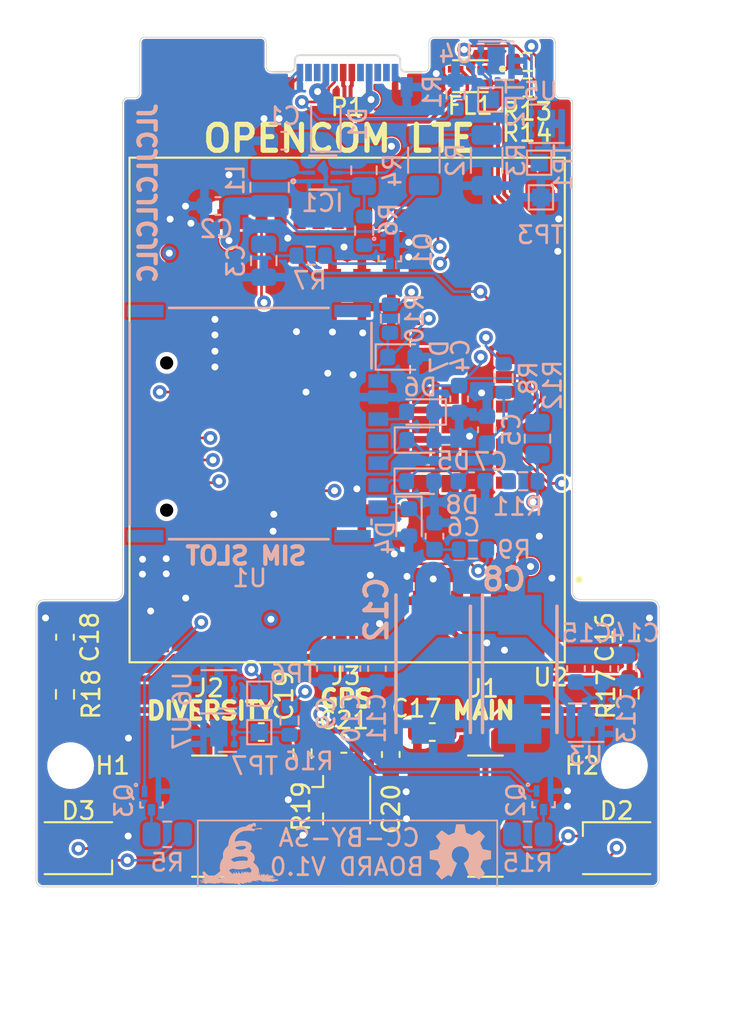
<source format=kicad_pcb>
(kicad_pcb (version 20221018) (generator pcbnew)

  (general
    (thickness 0.8)
  )

  (paper "A4")
  (layers
    (0 "F.Cu" signal)
    (1 "In1.Cu" signal)
    (2 "In2.Cu" signal)
    (31 "B.Cu" signal)
    (32 "B.Adhes" user "B.Adhesive")
    (33 "F.Adhes" user "F.Adhesive")
    (34 "B.Paste" user)
    (35 "F.Paste" user)
    (36 "B.SilkS" user "B.Silkscreen")
    (37 "F.SilkS" user "F.Silkscreen")
    (38 "B.Mask" user)
    (39 "F.Mask" user)
    (40 "Dwgs.User" user "User.Drawings")
    (41 "Cmts.User" user "User.Comments")
    (42 "Eco1.User" user "User.Eco1")
    (43 "Eco2.User" user "User.Eco2")
    (44 "Edge.Cuts" user)
    (45 "Margin" user)
    (46 "B.CrtYd" user "B.Courtyard")
    (47 "F.CrtYd" user "F.Courtyard")
    (48 "B.Fab" user)
    (49 "F.Fab" user)
    (50 "User.1" user)
    (51 "User.2" user)
    (52 "User.3" user)
    (53 "User.4" user)
    (54 "User.5" user)
    (55 "User.6" user)
    (56 "User.7" user)
    (57 "User.8" user)
    (58 "User.9" user)
  )

  (setup
    (stackup
      (layer "F.SilkS" (type "Top Silk Screen"))
      (layer "F.Paste" (type "Top Solder Paste"))
      (layer "F.Mask" (type "Top Solder Mask") (thickness 0.01))
      (layer "F.Cu" (type "copper") (thickness 0.035))
      (layer "dielectric 1" (type "prepreg") (thickness 0.1) (material "FR4") (epsilon_r 4.5) (loss_tangent 0.02))
      (layer "In1.Cu" (type "copper") (thickness 0.035))
      (layer "dielectric 2" (type "core") (thickness 0.44) (material "FR4") (epsilon_r 4.5) (loss_tangent 0.02))
      (layer "In2.Cu" (type "copper") (thickness 0.035))
      (layer "dielectric 3" (type "prepreg") (thickness 0.1) (material "FR4") (epsilon_r 4.5) (loss_tangent 0.02))
      (layer "B.Cu" (type "copper") (thickness 0.035))
      (layer "B.Mask" (type "Bottom Solder Mask") (thickness 0.01))
      (layer "B.Paste" (type "Bottom Solder Paste"))
      (layer "B.SilkS" (type "Bottom Silk Screen"))
      (copper_finish "None")
      (dielectric_constraints no)
    )
    (pad_to_mask_clearance 0)
    (pcbplotparams
      (layerselection 0x00010fc_ffffffff)
      (plot_on_all_layers_selection 0x0000000_00000000)
      (disableapertmacros false)
      (usegerberextensions false)
      (usegerberattributes true)
      (usegerberadvancedattributes true)
      (creategerberjobfile true)
      (dashed_line_dash_ratio 12.000000)
      (dashed_line_gap_ratio 3.000000)
      (svgprecision 4)
      (plotframeref false)
      (viasonmask false)
      (mode 1)
      (useauxorigin false)
      (hpglpennumber 1)
      (hpglpenspeed 20)
      (hpglpendiameter 15.000000)
      (dxfpolygonmode true)
      (dxfimperialunits true)
      (dxfusepcbnewfont true)
      (psnegative false)
      (psa4output false)
      (plotreference true)
      (plotvalue true)
      (plotinvisibletext false)
      (sketchpadsonfab false)
      (subtractmaskfromsilk false)
      (outputformat 1)
      (mirror false)
      (drillshape 0)
      (scaleselection 1)
      (outputdirectory "")
    )
  )

  (net 0 "")
  (net 1 "VBUS")
  (net 2 "GND")
  (net 3 "+3V8")
  (net 4 "/POWER_GOOD")
  (net 5 "/USIM_PRESENCE")
  (net 6 "/ANT_MAIN")
  (net 7 "/ANT_DIV")
  (net 8 "/ANT_GNSS")
  (net 9 "Net-(J3-In)")
  (net 10 "Net-(D1-A)")
  (net 11 "Net-(D2-K)")
  (net 12 "Net-(D3-K)")
  (net 13 "/USB_D+")
  (net 14 "/USB_D-")
  (net 15 "Net-(IC1-SW)")
  (net 16 "Net-(IC1-FB)")
  (net 17 "Net-(IC1-PG)")
  (net 18 "Net-(P1-CC)")
  (net 19 "unconnected-(P1-VCONN-PadB5)")
  (net 20 "Net-(Q1-B)")
  (net 21 "Net-(Q1-C)")
  (net 22 "/NETLIGHT")
  (net 23 "Net-(Q2-C)")
  (net 24 "/STATUS")
  (net 25 "Net-(Q3-C)")
  (net 26 "/USIM_RST")
  (net 27 "/USIM_CLK")
  (net 28 "/VDD_EXT")
  (net 29 "/USIM_DATA")
  (net 30 "Net-(R13-Pad1)")
  (net 31 "Net-(R14-Pad1)")
  (net 32 "Net-(R16-Pad2)")
  (net 33 "Net-(U2-USB_BOOT)")
  (net 34 "unconnected-(U1-VPP-PadC6)")
  (net 35 "unconnected-(U2-RESET_N-Pad17)")
  (net 36 "unconnected-(U2-PCM_DOUT-Pad7)")
  (net 37 "unconnected-(U2-PCM_DIN-Pad6)")
  (net 38 "unconnected-(U2-PCM_SYNC-Pad5)")
  (net 39 "unconnected-(U2-PCM_CLK-Pad4)")
  (net 40 "unconnected-(U2-RI-Pad39)")
  (net 41 "unconnected-(U2-DCD-Pad38)")
  (net 42 "unconnected-(U2-RTS-Pad37)")
  (net 43 "unconnected-(U2-CTS-Pad36)")
  (net 44 "unconnected-(U2-TXD-Pad35)")
  (net 45 "unconnected-(U2-RXD-Pad34)")
  (net 46 "unconnected-(U2-I2C_SCL-Pad40)")
  (net 47 "unconnected-(U2-I2C_SDA-Pad41)")
  (net 48 "unconnected-(U2-ADC0-Pad24)")
  (net 49 "unconnected-(U2-AP_READY-Pad19)")
  (net 50 "unconnected-(U2-DTR-Pad30)")
  (net 51 "unconnected-(U2-SPI_MISO-Pad28)")
  (net 52 "unconnected-(U2-SPI_MOSI-Pad27)")
  (net 53 "unconnected-(U2-SPI_CLK-Pad26)")
  (net 54 "unconnected-(U2-USIM2_RST-Pad85)")
  (net 55 "unconnected-(U2-USIM2_CLK-Pad84)")
  (net 56 "unconnected-(U2-USIM2_PRESENCE-Pad83)")
  (net 57 "unconnected-(U2-USIM2_DATA-Pad86)")
  (net 58 "unconnected-(U2-USIM2_VDD-Pad87)")
  (net 59 "/USIM_VDD")
  (net 60 "Net-(U1-RST)")
  (net 61 "Net-(U1-CLK)")
  (net 62 "Net-(U1-I{slash}O)")
  (net 63 "Net-(C17-Pad1)")
  (net 64 "Net-(C19-Pad1)")
  (net 65 "/USBC_D+")
  (net 66 "/USBC_D-")
  (net 67 "unconnected-(U2-RESERVED-Pad18)")
  (net 68 "unconnected-(U2-DBG_RXD-Pad22)")

  (footprint "CONSMA002-SMD:LINX_CONSMA002-SMD" (layer "F.Cu") (at 151.72 142.15))

  (footprint "Resistor_SMD:R_0603_1608Metric" (layer "F.Cu") (at 154.15 98.575 180))

  (footprint "Resistor_SMD:R_0603_1608Metric_Pad0.98x0.95mm_HandSolder" (layer "F.Cu") (at 160.05 135.1125 -90))

  (footprint "LED_SMD:LED_Cree-PLCC4_3.2x2.8mm_CCW" (layer "F.Cu") (at 128.2 144 180))

  (footprint "Capacitor_SMD:C_0603_1608Metric_Pad1.08x0.95mm_HandSolder" (layer "F.Cu") (at 146.25 138.5875 -90))

  (footprint "Resistor_SMD:R_0603_1608Metric_Pad0.98x0.95mm_HandSolder" (layer "F.Cu") (at 141.15 138.5375 -90))

  (footprint "Connector_USB:USB_C_Plug_Molex_105444" (layer "F.Cu") (at 143.75 99.15))

  (footprint "MountingHole:MountingHole_2.2mm_M2" (layer "F.Cu") (at 159.75 139.23))

  (footprint "LED_SMD:LED_Cree-PLCC4_3.2x2.8mm_CCW" (layer "F.Cu") (at 159.3 144))

  (footprint "CONSMA002-SMD:LINX_CONSMA002-SMD" (layer "F.Cu") (at 135.77 142.15))

  (footprint "Capacitor_SMD:C_0603_1608Metric_Pad1.08x0.95mm_HandSolder" (layer "F.Cu") (at 160.05 131.8125 90))

  (footprint "Capacitor_SMD:C_0603_1608Metric_Pad1.08x0.95mm_HandSolder" (layer "F.Cu") (at 138.7675 137.29))

  (footprint "Capacitor_SMD:C_0603_1608Metric_Pad1.08x0.95mm_HandSolder" (layer "F.Cu") (at 127.425 131.8125 90))

  (footprint "Capacitor_SMD:C_0603_1608Metric_Pad1.08x0.95mm_HandSolder" (layer "F.Cu") (at 148.6475 137.29 180))

  (footprint "Capacitor_SMD:C_0603_1608Metric_Pad1.08x0.95mm_HandSolder" (layer "F.Cu") (at 143.5375 137.975))

  (footprint "Resistor_SMD:R_0603_1608Metric_Pad0.98x0.95mm_HandSolder" (layer "F.Cu") (at 127.425 135.1125 -90))

  (footprint "MountingHole:MountingHole_2.2mm_M2" (layer "F.Cu") (at 127.75 139.23))

  (footprint "Resistor_SMD:R_0603_1608Metric" (layer "F.Cu") (at 154.15 100.05 180))

  (footprint "DLW21SN900SQ2L:FIL_DLW21SN900SQ2L" (layer "F.Cu") (at 150.85 99.4 180))

  (footprint "EG95:XCVR_EG95" (layer "F.Cu")
    (tstamp f851ed5b-4e23-405b-b1aa-e8d65dde7576)
    (at 143.73 118.685 180)
    (property "MANUFACTURER" "Quectel")
    (property "MAXIMUM_PACKAGE_HEIGHT" "2.5mm")
    (property "PARTREV" "1.5")
    (property "STANDARD" "Manufacturer Recommendations")
    (property "Sheetfile" "Roamer.kicad_sch")
    (property "Sheetname" "")
    (path "/e6a6b14f-fc94-4e9b-b34c-71e0e50cdc39")
    (attr smd)
    (fp_text reference "U2" (at -11.76 -15.445) (layer "F.SilkS")
        (effects (font (size 1 1) (thickness 0.153)))
      (tstamp 1d464947-5842-4187-a9bd-c30a4e55b624)
    )
    (fp_text value "EG95" (at -12.635 15.715) (layer "F.Fab")
        (effects (font (size 1 1) (thickness 0.15)))
      (tstamp 7b80973e-b338-4301-a0a8-35a68cefc798)
    )
    (fp_circle (center -5.95 -4.25) (end -5.478 -4.25)
      (stroke (width 0) (type solid)) (fill solid) (layer "F.Paste") (tstamp 67d3b74d-81a9-43e5-82a0-a58ecb94a205))
    (fp_circle (center -5.95 -2.55) (end -5.478 -2.55)
      (stroke (width 0) (type solid)) (fill solid) (layer "F.Paste") (tstamp 12d7749c-79c9-41a7-b0f5-19f3bfe17632))
    (fp_circle (center -5.95 -0.85) (end -5.478 -0.85)
      (stroke (width 0) (type solid)) (fill solid) (layer "F.Paste") (tstamp 4e384b70-bee1-4f3c-923a-35ca47ab2658))
    (fp_circle (center -5.95 0.85) (end -5.478 0.85)
      (stroke (width 0) (type solid)) (fill solid) (layer "F.Paste") (tstamp 6d05fc8f-1146-4558-87f4-124d02db3765))
    (fp_circle (center -5.95 2.55) (end -5.478 2.55)
      (stroke (width 0) (type solid)) (fill solid) (layer "F.Paste") (tstamp 357ed333-a131-4460-9f03-f99d16791163))
    (fp_circle (center -5.95 4.25) (end -5.478 4.25)
      (stroke (width 0) (type solid)) (fill solid) (layer "F.Paste") (tstamp 63f94867-3c9e-4667-930a-fee0f1e2ebe2))
    (fp_circle (center -4.25 -4.25) (end -3.778 -4.25)
      (stroke (width 0) (type solid)) (fill solid) (layer "F.Paste") (tstamp 13cc66c6-7510-4e83-a694-d08949b734e5))
    (fp_circle (center -4.25 -2.55) (end -3.778 -2.55)
      (stroke (width 0) (type solid)) (fill solid) (layer "F.Paste") (tstamp 8c7a9cf3-ddbd-4b7c-bebc-49031a5e6d73))
    (fp_circle (center -4.25 -0.85) (end -3.778 -0.85)
      (stroke (width 0) (type solid)) (fill solid) (layer "F.Paste") (tstamp 3d9d3b4e-af9b-4dbc-9336-c29b3746faba))
    (fp_circle (center -4.25 0.85) (end -3.778 0.85)
      (stroke (width 0) (type solid)) (fill solid) (layer "F.Paste") (tstamp 690ddcd6-4d8e-42c0-ad75-ff9db3797b01))
    (fp_circle (center -4.25 2.55) (end -3.778 2.55)
      (stroke (width 0) (type solid)) (fill solid) (layer "F.Paste") (tstamp 75b36f97-51b2-4f40-b557-750c42c33062))
    (fp_circle (center -4.25 4.25) (end -3.778 4.25)
      (stroke (width 0) (type solid)) (fill solid) (layer "F.Paste") (tstamp 4e758d36-1513-487c-9267-fc087fa18d60))
    (fp_circle (center -2.55 -7.65) (end -2.078 -7.65)
      (stroke (width 0) (type solid)) (fill solid) (layer "F.Paste") (tstamp 3633692c-49f1-42ca-94b0-b891b5a33b8a))
    (fp_circle (center -2.55 -5.95) (end -2.078 -5.95)
      (stroke (width 0) (type solid)) (fill solid) (layer "F.Paste") (tstamp daf7962a-2a44-472f-b9c9-8c84ea1849f8))
    (fp_circle (center -2.55 5.95) (end -2.078 5.95)
      (stroke (width 0) (type solid)) (fill solid) (layer "F.Paste") (tstamp 32fabbac-dc5d-4778-92ac-b5c62bce09fe))
    (fp_circle (center -2.55 7.65) (end -2.078 7.65)
      (stroke (width 0) (type solid)) (fill solid) (layer "F.Paste") (tstamp b9df1aa6-a689-4293-8753-7c59f8230178))
    (fp_circle (center -0.85 -7.65) (end -0.378 -7.65)
      (stroke (width 0) (type solid)) (fill solid) (layer "F.Paste") (tstamp 4d0be172-5136-470d-b73a-7a8cb51ed73c))
    (fp_circle (center -0.85 -5.95) (end -0.378 -5.95)
      (stroke (width 0) (type solid)) (fill solid) (layer "F.Paste") (tstamp e9ad7bc7-db7f-41e8-8090-37c9b439c87a))
    (fp_circle (center -0.85 5.95) (end -0.378 5.95)
      (stroke (width 0) (type solid)) (fill solid) (layer "F.Paste") (tstamp 4a30cd4e-e496-41e4-82a6-3686d3ecb188))
    (fp_circle (center -0.85 7.65) (end -0.378 7.65)
      (stroke (width 0) (type solid)) (fill solid) (layer "F.Paste") (tstamp 55b8e7ce-c026-444a-87d3-c25fb53b51c9))
    (fp_circle (center 0.85 -7.65) (end 1.322 -7.65)
      (stroke (width 0) (type solid)) (fill solid) (layer "F.Paste") (tstamp 32b20396-c9b0-4873-b9ba-fa2c66fc98d1))
    (fp_circle (center 0.85 -5.95) (end 1.322 -5.95)
      (stroke (width 0) (type solid)) (fill solid) (layer "F.Paste") (tstamp e03b0b90-06f2-4e0d-a234-628bf843efeb))
    (fp_circle (center 0.85 5.95) (end 1.322 5.95)
      (stroke (width 0) (type solid)) (fill solid) (layer "F.Paste") (tstamp 117ba3fd-2c95-455c-a1fb-79870f2b7c3e))
    (fp_circle (center 0.85 7.65) (end 1.322 7.65)
      (stroke (width 0) (type solid)) (fill solid) (layer "F.Paste") (tstamp 9cebe8bb-5944-4532-84f3-4db69cb5a267))
    (fp_circle (center 2.55 -7.65) (end 3.022 -7.65)
      (stroke (width 0) (type solid)) (fill solid) (layer "F.Paste") (tstamp 4591d32e-0bfd-40f2-a436-d8c4a8df7b9c))
    (fp_circle (center 2.55 -5.95) (end 3.022 -5.95)
      (stroke (width 0) (type solid)) (fill solid) (layer "F.Paste") (tstamp 27feb6eb-48a0-44e1-945e-be4be8aa40cb))
    (fp_circle (center 2.55 5.95) (end 3.022 5.95)
      (stroke (width 0) (type solid)) (fill solid) (layer "F.Paste") (tstamp d0d20436-b778-4fa3-9675-56b791c3d56f))
    (fp_circle (center 2.55 7.65) (end 3.022 7.65)
      (stroke (width 0) (type solid)) (fill solid) (layer "F.Paste") (tstamp defa867d-6b76-49c8-bb58-cf6b459a29a2))
    (fp_circle (center 4.25 -4.25) (end 4.722 -4.25)
      (stroke (width 0) (type solid)) (fill solid) (layer "F.Paste") (tstamp 025de2ef-81a6-402c-bdfe-0f3340f36076))
    (fp_circle (center 4.25 -2.55) (end 4.722 -2.55)
      (stroke (width 0) (type solid)) (fill solid) (layer "F.Paste") (tstamp 920f3030-f3a9-49d9-98b1-ba1e7a6cde5b))
    (fp_circle (center 4.25 -0.85) (end 4.722 -0.85)
      (stroke (width 0) (type solid)) (fill solid) (layer "F.Paste") (tstamp cf2d715c-b57e-4e29-b1b7-62efa84a9561))
    (fp_circle (center 4.25 0.85) (end 4.722 0.85)
      (stroke (width 0) (type solid)) (fill solid) (layer "F.Paste") (tstamp ca71414b-1dcf-458c-9ec7-99f7644ea8d3))
    (fp_circle (center 4.25 2.55) (end 4.722 2.55)
      (stroke (width 0) (type solid)) (fill solid) (layer "F.Paste") (tstamp c74df507-238b-4f61-b908-673a0ad914c0))
    (fp_circle (center 4.25 4.25) (end 4.722 4.25)
      (stroke (width 0) (type solid)) (fill solid) (layer "F.Paste") (tstamp 89941a95-52f2-4f01-b5ae-ea2ee97dc086))
    (fp_circle (center 5.95 -4.25) (end 6.422 -4.25)
      (stroke (width 0) (type solid)) (fill solid) (layer "F.Paste") (tstamp 464d7fed-1c31-488c-ad54-5f06dec5a552))
    (fp_circle (center 5.95 -2.55) (end 6.422 -2.55)
      (stroke (width 0) (type solid)) (fill solid) (layer "F.Paste") (tstamp 7989918b-1f57-4399-89ef-f58e0c36eb2c))
    (fp_circle (center 5.95 -0.85) (end 6.422 -0.85)
      (stroke (width 0) (type solid)) (fill solid) (layer "F.Paste") (tstamp 338601a2-47bf-49f9-ba85-32e5a710140d))
    (fp_circle (center 5.95 0.85) (end 6.422 0.85)
      (stroke (width 0) (type solid)) (fill solid) (layer "F.Paste") (tstamp 12da4203-b063-4a2b-968e-3657dc112560))
    (fp_circle (center 5.95 2.55) (end 6.422 2.55)
      (stroke (width 0) (type solid)) (fill solid) (layer "F.Paste") (tstamp 7f6528a6-3a92-4aca-ba64-fc076fca4400))
    (fp_circle (center 5.95 4.25) (end 6.422 4.25)
      (stroke (width 0) (type solid)) (fill solid) (layer "F.Paste") (tstamp faf3a879-e27f-4ff1-b81f-1530938d56fc))
    (fp_poly
      (pts
        (xy -11.66 -13.66)
        (xy -10.64 -13.66)
        (xy -10.64 -12.64)
        (xy -11.66 -12.64)
      )

      (stroke (width 0.01) (type solid)) (fill solid) (layer "F.Paste") (tstamp a4cf9f7c-fc80-4a6e-8aed-8618a06b9c70))
    (fp_poly
      (pts
        (xy -10.54 13.56)
        (xy -10.78 13.56)
        (xy -11.56 12.78)
        (xy -11.56 12.54)
        (xy -10.54 12.54)
      )

      (stroke (width 0.0001) (type solid)) (fill solid) (layer "F.Paste") (tstamp 36e8bdf4-fab0-480a-ae07-fd85752c3d27))
    (fp_poly
      (pts
        (xy -10.54 13.56)
        (xy -10.78 13.56)
        (xy -11.56 12.78)
        (xy -11.56 12.54)
        (xy -10.54 12.54)
      )

      (stroke (width 0.0001) (type solid)) (fill solid) (layer "F.Paste") (tstamp fb33d6b7-c026-42c4-b8ab-e0e13b2d656e))
    (fp_poly
      (pts
        (xy 10.54 -13.56)
        (xy 10.78 -13.56)
        (xy 11.56 -12.78)
        (xy 11.56 -12.54)
        (xy 10.54 -12.54)
      )

      (stroke (width 0.0001) (type solid)) (fill solid) (layer "F.Paste") (tstamp 74c62a22-a856-4ac7-bb7a-1febdc12e728))
    (fp_poly
      (pts
        (xy 10.54 13.56)
        (xy 10.78 13.56)
        (xy 11.56 12.78)
        (xy 11.56 12.54)
        (xy 10.54 12.54)
      )

      (stroke (width 0.0001) (type solid)) (fill solid) (layer "F.Paste") (tstamp c4360858-c8a5-42dc-836e-f31e91c33908))
    (fp_poly
      (pts
        (xy -9.525 -9.98)
        (xy -8.825 -9.98)
        (xy -8.819 -9.98)
        (xy -8.814 -9.979)
        (xy -8.808 -9.979)
        (xy -8.802 -9.978)
        (xy -8.797 -9.976)
        (xy -8.791 -9.975)
        (xy -8.786 -9.973)
        (xy -8.78 -9.97)
        (xy -8.775 -9.968)
        (xy -8.77 -9.965)
        (xy -8.765 -9.962)
        (xy -8.76 -9.959)
        (xy -8.756 -9.955)
        (xy -8.751 -9.952)
        (xy -8.747 -9.948)
        (xy -8.743 -9.944)
        (xy -8.74 -9.939)
        (xy -8.736 -9.935)
        (xy -8.733 -9.93)
        (xy -8.73 -9.925)
        (xy -8.727 -9.92)
        (xy -8.725 -9.915)
        (xy -8.722 -9.909)
        (xy -8.72 -9.904)
        (xy -8.719 -9.898)
        (xy -8.717 -9.893)
        (xy -8.716 -9.887)
        (xy -8.716 -9.881)
        (xy -8.715 -9.876)
        (xy -8.715 -9.87)
        (xy -8.715 -9.53)
        (xy -8.715 -9.524)
        (xy -8.716 -9.519)
        (xy -8.716 -9.513)
        (xy -8.717 -9.507)
        (xy -8.719 -9.502)
        (xy -8.72 -9.496)
        (xy -8.722 -9.491)
        (xy -8.725 -9.485)
        (xy -8.727 -9.48)
        (xy -8.73 -9.475)
        (xy -8.733 -9.47)
        (xy -8.736 -9.465)
        (xy -8.74 -9.461)
        (xy -8.743 -9.456)
        (xy -8.747 -9.452)
        (xy -8.751 -9.448)
        (xy -8.756 -9.445)
        (xy -8.76 -9.441)
        (xy -8.765 -9.438)
        (xy -8.77 -9.435)
        (xy -8.775 -9.432)
        (xy -8.78 -9.43)
        (xy -8.786 -9.427)
        (xy -8.791 -9.425)
        (xy -8.797 -9.424)
        (xy -8.802 -9.422)
        (xy -8.808 -9.421)
        (xy -8.814 -9.421)
        (xy -8.819 -9.42)
        (xy -8.825 -9.42)
        (xy -9.525 -9.42)
        (xy -9.531 -9.42)
        (xy -9.536 -9.421)
        (xy -9.542 -9.421)
        (xy -9.548 -9.422)
        (xy -9.553 -9.424)
        (xy -9.559 -9.425)
        (xy -9.564 -9.427)
        (xy -9.57 -9.43)
        (xy -9.575 -9.432)
        (xy -9.58 -9.435)
        (xy -9.585 -9.438)
        (xy -9.59 -9.441)
        (xy -9.594 -9.445)
        (xy -9.599 -9.448)
        (xy -9.603 -9.452)
        (xy -9.607 -9.456)
        (xy -9.61 -9.461)
        (xy -9.614 -9.465)
        (xy -9.617 -9.47)
        (xy -9.62 -9.475)
        (xy -9.623 -9.48)
        (xy -9.625 -9.485)
        (xy -9.628 -9.491)
        (xy -9.63 -9.496)
        (xy -9.631 -9.502)
        (xy -9.633 -9.507)
        (xy -9.634 -9.513)
        (xy -9.634 -9.519)
        (xy -9.635 -9.524)
        (xy -9.635 -9.53)
        (xy -9.635 -9.87)
        (xy -9.635 -9.876)
        (xy -9.634 -9.881)
        (xy -9.634 -9.887)
        (xy -9.633 -9.893)
        (xy -9.631 -9.898)
        (xy -9.63 -9.904)
        (xy -9.628 -9.909)
        (xy -9.625 -9.915)
        (xy -9.623 -9.92)
        (xy -9.62 -9.925)
        (xy -9.617 -9.93)
        (xy -9.614 -9.935)
        (xy -9.61 -9.939)
        (xy -9.607 -9.944)
        (xy -9.603 -9.948)
        (xy -9.599 -9.952)
        (xy -9.594 -9.955)
        (xy -9.59 -9.959)
        (xy -9.585 -9.962)
        (xy -9.58 -9.965)
        (xy -9.575 -9.968)
        (xy -9.57 -9.97)
        (xy -9.564 -9.973)
        (xy -9.559 -9.975)
        (xy -9.553 -9.976)
        (xy -9.548 -9.978)
        (xy -9.542 -9.979)
        (xy -9.536 -9.979)
        (xy -9.531 -9.98)
        (xy -9.525 -9.98)
      )

      (stroke (width 0.0001) (type solid)) (fill solid) (layer "F.Paste") (tstamp 381fb920-c57b-4d2c-bff1-181bec3e7f23))
    (fp_poly
      (pts
        (xy -9.525 -8.88)
        (xy -8.825 -8.88)
        (xy -8.819 -8.88)
        (xy -8.814 -8.879)
        (xy -8.808 -8.879)
        (xy -8.802 -8.878)
        (xy -8.797 -8.876)
        (xy -8.791 -8.875)
        (xy -8.786 -8.873)
        (xy -8.78 -8.87)
        (xy -8.775 -8.868)
        (xy -8.77 -8.865)
        (xy -8.765 -8.862)
        (xy -8.76 -8.859)
        (xy -8.756 -8.855)
        (xy -8.751 -8.852)
        (xy -8.747 -8.848)
        (xy -8.743 -8.844)
        (xy -8.74 -8.839)
        (xy -8.736 -8.835)
        (xy -8.733 -8.83)
        (xy -8.73 -8.825)
        (xy -8.727 -8.82)
        (xy -8.725 -8.815)
        (xy -8.722 -8.809)
        (xy -8.72 -8.804)
        (xy -8.719 -8.798)
        (xy -8.717 -8.793)
        (xy -8.716 -8.787)
        (xy -8.716 -8.781)
        (xy -8.715 -8.776)
        (xy -8.715 -8.77)
        (xy -8.715 -8.43)
        (xy -8.715 -8.424)
        (xy -8.716 -8.419)
        (xy -8.716 -8.413)
        (xy -8.717 -8.407)
        (xy -8.719 -8.402)
        (xy -8.72 -8.396)
        (xy -8.722 -8.391)
        (xy -8.725 -8.385)
        (xy -8.727 -8.38)
        (xy -8.73 -8.375)
        (xy -8.733 -8.37)
        (xy -8.736 -8.365)
        (xy -8.74 -8.361)
        (xy -8.743 -8.356)
        (xy -8.747 -8.352)
        (xy -8.751 -8.348)
        (xy -8.756 -8.345)
        (xy -8.76 -8.341)
        (xy -8.765 -8.338)
        (xy -8.77 -8.335)
        (xy -8.775 -8.332)
        (xy -8.78 -8.33)
        (xy -8.786 -8.327)
        (xy -8.791 -8.325)
        (xy -8.797 -8.324)
        (xy -8.802 -8.322)
        (xy -8.808 -8.321)
        (xy -8.814 -8.321)
        (xy -8.819 -8.32)
        (xy -8.825 -8.32)
        (xy -9.525 -8.32)
        (xy -9.531 -8.32)
        (xy -9.536 -8.321)
        (xy -9.542 -8.321)
        (xy -9.548 -8.322)
        (xy -9.553 -8.324)
        (xy -9.559 -8.325)
        (xy -9.564 -8.327)
        (xy -9.57 -8.33)
        (xy -9.575 -8.332)
        (xy -9.58 -8.335)
        (xy -9.585 -8.338)
        (xy -9.59 -8.341)
        (xy -9.594 -8.345)
        (xy -9.599 -8.348)
        (xy -9.603 -8.352)
        (xy -9.607 -8.356)
        (xy -9.61 -8.361)
        (xy -9.614 -8.365)
        (xy -9.617 -8.37)
        (xy -9.62 -8.375)
        (xy -9.623 -8.38)
        (xy -9.625 -8.385)
        (xy -9.628 -8.391)
        (xy -9.63 -8.396)
        (xy -9.631 -8.402)
        (xy -9.633 -8.407)
        (xy -9.634 -8.413)
        (xy -9.634 -8.419)
        (xy -9.635 -8.424)
        (xy -9.635 -8.43)
        (xy -9.635 -8.77)
        (xy -9.635 -8.776)
        (xy -9.634 -8.781)
        (xy -9.634 -8.787)
        (xy -9.633 -8.793)
        (xy -9.631 -8.798)
        (xy -9.63 -8.804)
        (xy -9.628 -8.809)
        (xy -9.625 -8.815)
        (xy -9.623 -8.82)
        (xy -9.62 -8.825)
        (xy -9.617 -8.83)
        (xy -9.614 -8.835)
        (xy -9.61 -8.839)
        (xy -9.607 -8.844)
        (xy -9.603 -8.848)
        (xy -9.599 -8.852)
        (xy -9.594 -8.855)
        (xy -9.59 -8.859)
        (xy -9.585 -8.862)
        (xy -9.58 -8.865)
        (xy -9.575 -8.868)
        (xy -9.57 -8.87)
        (xy -9.564 -8.873)
        (xy -9.559 -8.875)
        (xy -9.553 -8.876)
        (xy -9.548 -8.878)
        (xy -9.542 -8.879)
        (xy -9.536 -8.879)
        (xy -9.531 -8.88)
        (xy -9.525 -8.88)
      )

      (stroke (width 0.0001) (type solid)) (fill solid) (layer "F.Paste") (tstamp 15a79106-df97-4493-8a49-601ca5566463))
    (fp_poly
      (pts
        (xy -9.525 -7.78)
        (xy -8.825 -7.78)
        (xy -8.819 -7.78)
        (xy -8.814 -7.779)
        (xy -8.808 -7.779)
        (xy -8.802 -7.778)
        (xy -8.797 -7.776)
        (xy -8.791 -7.775)
        (xy -8.786 -7.773)
        (xy -8.78 -7.77)
        (xy -8.775 -7.768)
        (xy -8.77 -7.765)
        (xy -8.765 -7.762)
        (xy -8.76 -7.759)
        (xy -8.756 -7.755)
        (xy -8.751 -7.752)
        (xy -8.747 -7.748)
        (xy -8.743 -7.744)
        (xy -8.74 -7.739)
        (xy -8.736 -7.735)
        (xy -8.733 -7.73)
        (xy -8.73 -7.725)
        (xy -8.727 -7.72)
        (xy -8.725 -7.715)
        (xy -8.722 -7.709)
        (xy -8.72 -7.704)
        (xy -8.719 -7.698)
        (xy -8.717 -7.693)
        (xy -8.716 -7.687)
        (xy -8.716 -7.681)
        (xy -8.715 -7.676)
        (xy -8.715 -7.67)
        (xy -8.715 -7.33)
        (xy -8.715 -7.324)
        (xy -8.716 -7.319)
        (xy -8.716 -7.313)
        (xy -8.717 -7.307)
        (xy -8.719 -7.302)
        (xy -8.72 -7.296)
        (xy -8.722 -7.291)
        (xy -8.725 -7.285)
        (xy -8.727 -7.28)
        (xy -8.73 -7.275)
        (xy -8.733 -7.27)
        (xy -8.736 -7.265)
        (xy -8.74 -7.261)
        (xy -8.743 -7.256)
        (xy -8.747 -7.252)
        (xy -8.751 -7.248)
        (xy -8.756 -7.245)
        (xy -8.76 -7.241)
        (xy -8.765 -7.238)
        (xy -8.77 -7.235)
        (xy -8.775 -7.232)
        (xy -8.78 -7.23)
        (xy -8.786 -7.227)
        (xy -8.791 -7.225)
        (xy -8.797 -7.224)
        (xy -8.802 -7.222)
        (xy -8.808 -7.221)
        (xy -8.814 -7.221)
        (xy -8.819 -7.22)
        (xy -8.825 -7.22)
        (xy -9.525 -7.22)
        (xy -9.531 -7.22)
        (xy -9.536 -7.221)
        (xy -9.542 -7.221)
        (xy -9.548 -7.222)
        (xy -9.553 -7.224)
        (xy -9.559 -7.225)
        (xy -9.564 -7.227)
        (xy -9.57 -7.23)
        (xy -9.575 -7.232)
        (xy -9.58 -7.235)
        (xy -9.585 -7.238)
        (xy -9.59 -7.241)
        (xy -9.594 -7.245)
        (xy -9.599 -7.248)
        (xy -9.603 -7.252)
        (xy -9.607 -7.256)
        (xy -9.61 -7.261)
        (xy -9.614 -7.265)
        (xy -9.617 -7.27)
        (xy -9.62 -7.275)
        (xy -9.623 -7.28)
        (xy -9.625 -7.285)
        (xy -9.628 -7.291)
        (xy -9.63 -7.296)
        (xy -9.631 -7.302)
        (xy -9.633 -7.307)
        (xy -9.634 -7.313)
        (xy -9.634 -7.319)
        (xy -9.635 -7.324)
        (xy -9.635 -7.33)
        (xy -9.635 -7.67)
        (xy -9.635 -7.676)
        (xy -9.634 -7.681)
        (xy -9.634 -7.687)
        (xy -9.633 -7.693)
        (xy -9.631 -7.698)
        (xy -9.63 -7.704)
        (xy -9.628 -7.709)
        (xy -9.625 -7.715)
        (xy -9.623 -7.72)
        (xy -9.62 -7.725)
        (xy -9.617 -7.73)
        (xy -9.614 -7.735)
        (xy -9.61 -7.739)
        (xy -9.607 -7.744)
        (xy -9.603 -7.748)
        (xy -9.599 -7.752)
        (xy -9.594 -7.755)
        (xy -9.59 -7.759)
        (xy -9.585 -7.762)
        (xy -9.58 -7.765)
        (xy -9.575 -7.768)
        (xy -9.57 -7.77)
        (xy -9.564 -7.773)
        (xy -9.559 -7.775)
        (xy -9.553 -7.776)
        (xy -9.548 -7.778)
        (xy -9.542 -7.779)
        (xy -9.536 -7.779)
        (xy -9.531 -7.78)
        (xy -9.525 -7.78)
      )

      (stroke (width 0.0001) (type solid)) (fill solid) (layer "F.Paste") (tstamp 0c575af3-6ed1-46a3-bfde-38643bb7e524))
    (fp_poly
      (pts
        (xy -9.525 -6.68)
        (xy -8.825 -6.68)
        (xy -8.819 -6.68)
        (xy -8.814 -6.679)
        (xy -8.808 -6.679)
        (xy -8.802 -6.678)
        (xy -8.797 -6.676)
        (xy -8.791 -6.675)
        (xy -8.786 -6.673)
        (xy -8.78 -6.67)
        (xy -8.775 -6.668)
        (xy -8.77 -6.665)
        (xy -8.765 -6.662)
        (xy -8.76 -6.659)
        (xy -8.756 -6.655)
        (xy -8.751 -6.652)
        (xy -8.747 -6.648)
        (xy -8.743 -6.644)
        (xy -8.74 -6.639)
        (xy -8.736 -6.635)
        (xy -8.733 -6.63)
        (xy -8.73 -6.625)
        (xy -8.727 -6.62)
        (xy -8.725 -6.615)
        (xy -8.722 -6.609)
        (xy -8.72 -6.604)
        (xy -8.719 -6.598)
        (xy -8.717 -6.593)
        (xy -8.716 -6.587)
        (xy -8.716 -6.581)
        (xy -8.715 -6.576)
        (xy -8.715 -6.57)
        (xy -8.715 -6.23)
        (xy -8.715 -6.224)
        (xy -8.716 -6.219)
        (xy -8.716 -6.213)
        (xy -8.717 -6.207)
        (xy -8.719 -6.202)
        (xy -8.72 -6.196)
        (xy -8.722 -6.191)
        (xy -8.725 -6.185)
        (xy -8.727 -6.18)
        (xy -8.73 -6.175)
        (xy -8.733 -6.17)
        (xy -8.736 -6.165)
        (xy -8.74 -6.161)
        (xy -8.743 -6.156)
        (xy -8.747 -6.152)
        (xy -8.751 -6.148)
        (xy -8.756 -6.145)
        (xy -8.76 -6.141)
        (xy -8.765 -6.138)
        (xy -8.77 -6.135)
        (xy -8.775 -6.132)
        (xy -8.78 -6.13)
        (xy -8.786 -6.127)
        (xy -8.791 -6.125)
        (xy -8.797 -6.124)
        (xy -8.802 -6.122)
        (xy -8.808 -6.121)
        (xy -8.814 -6.121)
        (xy -8.819 -6.12)
        (xy -8.825 -6.12)
        (xy -9.525 -6.12)
        (xy -9.531 -6.12)
        (xy -9.536 -6.121)
        (xy -9.542 -6.121)
        (xy -9.548 -6.122)
        (xy -9.553 -6.124)
        (xy -9.559 -6.125)
        (xy -9.564 -6.127)
        (xy -9.57 -6.13)
        (xy -9.575 -6.132)
        (xy -9.58 -6.135)
        (xy -9.585 -6.138)
        (xy -9.59 -6.141)
        (xy -9.594 -6.145)
        (xy -9.599 -6.148)
        (xy -9.603 -6.152)
        (xy -9.607 -6.156)
        (xy -9.61 -6.161)
        (xy -9.614 -6.165)
        (xy -9.617 -6.17)
        (xy -9.62 -6.175)
        (xy -9.623 -6.18)
        (xy -9.625 -6.185)
        (xy -9.628 -6.191)
        (xy -9.63 -6.196)
        (xy -9.631 -6.202)
        (xy -9.633 -6.207)
        (xy -9.634 -6.213)
        (xy -9.634 -6.219)
        (xy -9.635 -6.224)
        (xy -9.635 -6.23)
        (xy -9.635 -6.57)
        (xy -9.635 -6.576)
        (xy -9.634 -6.581)
        (xy -9.634 -6.587)
        (xy -9.633 -6.593)
        (xy -9.631 -6.598)
        (xy -9.63 -6.604)
        (xy -9.628 -6.609)
        (xy -9.625 -6.615)
        (xy -9.623 -6.62)
        (xy -9.62 -6.625)
        (xy -9.617 -6.63)
        (xy -9.614 -6.635)
        (xy -9.61 -6.639)
        (xy -9.607 -6.644)
        (xy -9.603 -6.648)
        (xy -9.599 -6.652)
        (xy -9.594 -6.655)
        (xy -9.59 -6.659)
        (xy -9.585 -6.662)
        (xy -9.58 -6.665)
        (xy -9.575 -6.668)
        (xy -9.57 -6.67)
        (xy -9.564 -6.673)
        (xy -9.559 -6.675)
        (xy -9.553 -6.676)
        (xy -9.548 -6.678)
        (xy -9.542 -6.679)
        (xy -9.536 -6.679)
        (xy -9.531 -6.68)
        (xy -9.525 -6.68)
      )

      (stroke (width 0.0001) (type solid)) (fill solid) (layer "F.Paste") (tstamp 4a9d6eca-1bec-49f3-8d4a-6444aca6165c))
    (fp_poly
      (pts
        (xy -9.525 -5.58)
        (xy -8.825 -5.58)
        (xy -8.819 -5.58)
        (xy -8.814 -5.579)
        (xy -8.808 -5.579)
        (xy -8.802 -5.578)
        (xy -8.797 -5.576)
        (xy -8.791 -5.575)
        (xy -8.786 -5.573)
        (xy -8.78 -5.57)
        (xy -8.775 -5.568)
        (xy -8.77 -5.565)
        (xy -8.765 -5.562)
        (xy -8.76 -5.559)
        (xy -8.756 -5.555)
        (xy -8.751 -5.552)
        (xy -8.747 -5.548)
        (xy -8.743 -5.544)
        (xy -8.74 -5.539)
        (xy -8.736 -5.535)
        (xy -8.733 -5.53)
        (xy -8.73 -5.525)
        (xy -8.727 -5.52)
        (xy -8.725 -5.515)
        (xy -8.722 -5.509)
        (xy -8.72 -5.504)
        (xy -8.719 -5.498)
        (xy -8.717 -5.493)
        (xy -8.716 -5.487)
        (xy -8.716 -5.481)
        (xy -8.715 -5.476)
        (xy -8.715 -5.47)
        (xy -8.715 -5.13)
        (xy -8.715 -5.124)
        (xy -8.716 -5.119)
        (xy -8.716 -5.113)
        (xy -8.717 -5.107)
        (xy -8.719 -5.102)
        (xy -8.72 -5.096)
        (xy -8.722 -5.091)
        (xy -8.725 -5.085)
        (xy -8.727 -5.08)
        (xy -8.73 -5.075)
        (xy -8.733 -5.07)
        (xy -8.736 -5.065)
        (xy -8.74 -5.061)
        (xy -8.743 -5.056)
        (xy -8.747 -5.052)
        (xy -8.751 -5.048)
        (xy -8.756 -5.045)
        (xy -8.76 -5.041)
        (xy -8.765 -5.038)
        (xy -8.77 -5.035)
        (xy -8.775 -5.032)
        (xy -8.78 -5.03)
        (xy -8.786 -5.027)
        (xy -8.791 -5.025)
        (xy -8.797 -5.024)
        (xy -8.802 -5.022)
        (xy -8.808 -5.021)
        (xy -8.814 -5.021)
        (xy -8.819 -5.02)
        (xy -8.825 -5.02)
        (xy -9.525 -5.02)
        (xy -9.531 -5.02)
        (xy -9.536 -5.021)
        (xy -9.542 -5.021)
        (xy -9.548 -5.022)
        (xy -9.553 -5.024)
        (xy -9.559 -5.025)
        (xy -9.564 -5.027)
        (xy -9.57 -5.03)
        (xy -9.575 -5.032)
        (xy -9.58 -5.035)
        (xy -9.585 -5.038)
        (xy -9.59 -5.041)
        (xy -9.594 -5.045)
        (xy -9.599 -5.048)
        (xy -9.603 -5.052)
        (xy -9.607 -5.056)
        (xy -9.61 -5.061)
        (xy -9.614 -5.065)
        (xy -9.617 -5.07)
        (xy -9.62 -5.075)
        (xy -9.623 -5.08)
        (xy -9.625 -5.085)
        (xy -9.628 -5.091)
        (xy -9.63 -5.096)
        (xy -9.631 -5.102)
        (xy -9.633 -5.107)
        (xy -9.634 -5.113)
        (xy -9.634 -5.119)
        (xy -9.635 -5.124)
        (xy -9.635 -5.13)
        (xy -9.635 -5.47)
        (xy -9.635 -5.476)
        (xy -9.634 -5.481)
        (xy -9.634 -5.487)
        (xy -9.633 -5.493)
        (xy -9.631 -5.498)
        (xy -9.63 -5.504)
        (xy -9.628 -5.509)
        (xy -9.625 -5.515)
        (xy -9.623 -5.52)
        (xy -9.62 -5.525)
        (xy -9.617 -5.53)
        (xy -9.614 -5.535)
        (xy -9.61 -5.539)
        (xy -9.607 -5.544)
        (xy -9.603 -5.548)
        (xy -9.599 -5.552)
        (xy -9.594 -5.555)
        (xy -9.59 -5.559)
        (xy -9.585 -5.562)
        (xy -9.58 -5.565)
        (xy -9.575 -5.568)
        (xy -9.57 -5.57)
        (xy -9.564 -5.573)
        (xy -9.559 -5.575)
        (xy -9.553 -5.576)
        (xy -9.548 -5.578)
        (xy -9.542 -5.579)
        (xy -9.536 -5.579)
        (xy -9.531 -5.58)
        (xy -9.525 -5.58)
      )

      (stroke (width 0.0001) (type solid)) (fill solid) (layer "F.Paste") (tstamp e40f3414-f91c-4fbd-a4de-8dc5493441cf))
    (fp_poly
      (pts
        (xy -9.525 -4.48)
        (xy -8.825 -4.48)
        (xy -8.819 -4.48)
        (xy -8.814 -4.479)
        (xy -8.808 -4.479)
        (xy -8.802 -4.478)
        (xy -8.797 -4.476)
        (xy -8.791 -4.475)
        (xy -8.786 -4.473)
        (xy -8.78 -4.47)
        (xy -8.775 -4.468)
        (xy -8.77 -4.465)
        (xy -8.765 -4.462)
        (xy -8.76 -4.459)
        (xy -8.756 -4.455)
        (xy -8.751 -4.452)
        (xy -8.747 -4.448)
        (xy -8.743 -4.444)
        (xy -8.74 -4.439)
        (xy -8.736 -4.435)
        (xy -8.733 -4.43)
        (xy -8.73 -4.425)
        (xy -8.727 -4.42)
        (xy -8.725 -4.415)
        (xy -8.722 -4.409)
        (xy -8.72 -4.404)
        (xy -8.719 -4.398)
        (xy -8.717 -4.393)
        (xy -8.716 -4.387)
        (xy -8.716 -4.381)
        (xy -8.715 -4.376)
        (xy -8.715 -4.37)
        (xy -8.715 -4.03)
        (xy -8.715 -4.024)
        (xy -8.716 -4.019)
        (xy -8.716 -4.013)
        (xy -8.717 -4.007)
        (xy -8.719 -4.002)
        (xy -8.72 -3.996)
        (xy -8.722 -3.991)
        (xy -8.725 -3.985)
        (xy -8.727 -3.98)
        (xy -8.73 -3.975)
        (xy -8.733 -3.97)
        (xy -8.736 -3.965)
        (xy -8.74 -3.961)
        (xy -8.743 -3.956)
        (xy -8.747 -3.952)
        (xy -8.751 -3.948)
        (xy -8.756 -3.945)
        (xy -8.76 -3.941)
        (xy -8.765 -3.938)
        (xy -8.77 -3.935)
        (xy -8.775 -3.932)
        (xy -8.78 -3.93)
        (xy -8.786 -3.927)
        (xy -8.791 -3.925)
        (xy -8.797 -3.924)
        (xy -8.802 -3.922)
        (xy -8.808 -3.921)
        (xy -8.814 -3.921)
        (xy -8.819 -3.92)
        (xy -8.825 -3.92)
        (xy -9.525 -3.92)
        (xy -9.531 -3.92)
        (xy -9.536 -3.921)
        (xy -9.542 -3.921)
        (xy -9.548 -3.922)
        (xy -9.553 -3.924)
        (xy -9.559 -3.925)
        (xy -9.564 -3.927)
        (xy -9.57 -3.93)
        (xy -9.575 -3.932)
        (xy -9.58 -3.935)
        (xy -9.585 -3.938)
        (xy -9.59 -3.941)
        (xy -9.594 -3.945)
        (xy -9.599 -3.948)
        (xy -9.603 -3.952)
        (xy -9.607 -3.956)
        (xy -9.61 -3.961)
        (xy -9.614 -3.965)
        (xy -9.617 -3.97)
        (xy -9.62 -3.975)
        (xy -9.623 -3.98)
        (xy -9.625 -3.985)
        (xy -9.628 -3.991)
        (xy -9.63 -3.996)
        (xy -9.631 -4.002)
        (xy -9.633 -4.007)
        (xy -9.634 -4.013)
        (xy -9.634 -4.019)
        (xy -9.635 -4.024)
        (xy -9.635 -4.03)
        (xy -9.635 -4.37)
        (xy -9.635 -4.376)
        (xy -9.634 -4.381)
        (xy -9.634 -4.387)
        (xy -9.633 -4.393)
        (xy -9.631 -4.398)
        (xy -9.63 -4.404)
        (xy -9.628 -4.409)
        (xy -9.625 -4.415)
        (xy -9.623 -4.42)
        (xy -9.62 -4.425)
        (xy -9.617 -4.43)
        (xy -9.614 -4.435)
        (xy -9.61 -4.439)
        (xy -9.607 -4.444)
        (xy -9.603 -4.448)
        (xy -9.599 -4.452)
        (xy -9.594 -4.455)
        (xy -9.59 -4.459)
        (xy -9.585 -4.462)
        (xy -9.58 -4.465)
        (xy -9.575 -4.468)
        (xy -9.57 -4.47)
        (xy -9.564 -4.473)
        (xy -9.559 -4.475)
        (xy -9.553 -4.476)
        (xy -9.548 -4.478)
        (xy -9.542 -4.479)
        (xy -9.536 -4.479)
        (xy -9.531 -4.48)
        (xy -9.525 -4.48)
      )

      (stroke (width 0.0001) (type solid)) (fill solid) (layer "F.Paste") (tstamp 632251aa-57d5-41fd-a286-0fe541e8b458))
    (fp_poly
      (pts
        (xy -9.525 -3.38)
        (xy -8.825 -3.38)
        (xy -8.819 -3.38)
        (xy -8.814 -3.379)
        (xy -8.808 -3.379)
        (xy -8.802 -3.378)
        (xy -8.797 -3.376)
        (xy -8.791 -3.375)
        (xy -8.786 -3.373)
        (xy -8.78 -3.37)
        (xy -8.775 -3.368)
        (xy -8.77 -3.365)
        (xy -8.765 -3.362)
        (xy -8.76 -3.359)
        (xy -8.756 -3.355)
        (xy -8.751 -3.352)
        (xy -8.747 -3.348)
        (xy -8.743 -3.344)
        (xy -8.74 -3.339)
        (xy -8.736 -3.335)
        (xy -8.733 -3.33)
        (xy -8.73 -3.325)
        (xy -8.727 -3.32)
        (xy -8.725 -3.315)
        (xy -8.722 -3.309)
        (xy -8.72 -3.304)
        (xy -8.719 -3.298)
        (xy -8.717 -3.293)
        (xy -8.716 -3.287)
        (xy -8.716 -3.281)
        (xy -8.715 -3.276)
        (xy -8.715 -3.27)
        (xy -8.715 -2.93)
        (xy -8.715 -2.924)
        (xy -8.716 -2.919)
        (xy -8.716 -2.913)
        (xy -8.717 -2.907)
        (xy -8.719 -2.902)
        (xy -8.72 -2.896)
        (xy -8.722 -2.891)
        (xy -8.725 -2.885)
        (xy -8.727 -2.88)
        (xy -8.73 -2.875)
        (xy -8.733 -2.87)
        (xy -8.736 -2.865)
        (xy -8.74 -2.861)
        (xy -8.743 -2.856)
        (xy -8.747 -2.852)
        (xy -8.751 -2.848)
        (xy -8.756 -2.845)
        (xy -8.76 -2.841)
        (xy -8.765 -2.838)
        (xy -8.77 -2.835)
        (xy -8.775 -2.832)
        (xy -8.78 -2.83)
        (xy -8.786 -2.827)
        (xy -8.791 -2.825)
        (xy -8.797 -2.824)
        (xy -8.802 -2.822)
        (xy -8.808 -2.821)
        (xy -8.814 -2.821)
        (xy -8.819 -2.82)
        (xy -8.825 -2.82)
        (xy -9.525 -2.82)
        (xy -9.531 -2.82)
        (xy -9.536 -2.821)
        (xy -9.542 -2.821)
        (xy -9.548 -2.822)
        (xy -9.553 -2.824)
        (xy -9.559 -2.825)
        (xy -9.564 -2.827)
        (xy -9.57 -2.83)
        (xy -9.575 -2.832)
        (xy -9.58 -2.835)
        (xy -9.585 -2.838)
        (xy -9.59 -2.841)
        (xy -9.594 -2.845)
        (xy -9.599 -2.848)
        (xy -9.603 -2.852)
        (xy -9.607 -2.856)
        (xy -9.61 -2.861)
        (xy -9.614 -2.865)
        (xy -9.617 -2.87)
        (xy -9.62 -2.875)
        (xy -9.623 -2.88)
        (xy -9.625 -2.885)
        (xy -9.628 -2.891)
        (xy -9.63 -2.896)
        (xy -9.631 -2.902)
        (xy -9.633 -2.907)
        (xy -9.634 -2.913)
        (xy -9.634 -2.919)
        (xy -9.635 -2.924)
        (xy -9.635 -2.93)
        (xy -9.635 -3.27)
        (xy -9.635 -3.276)
        (xy -9.634 -3.281)
        (xy -9.634 -3.287)
        (xy -9.633 -3.293)
        (xy -9.631 -3.298)
        (xy -9.63 -3.304)
        (xy -9.628 -3.309)
        (xy -9.625 -3.315)
        (xy -9.623 -3.32)
        (xy -9.62 -3.325)
        (xy -9.617 -3.33)
        (xy -9.614 -3.335)
        (xy -9.61 -3.339)
        (xy -9.607 -3.344)
        (xy -9.603 -3.348)
        (xy -9.599 -3.352)
        (xy -9.594 -3.355)
        (xy -9.59 -3.359)
        (xy -9.585 -3.362)
        (xy -9.58 -3.365)
        (xy -9.575 -3.368)
        (xy -9.57 -3.37)
        (xy -9.564 -3.373)
        (xy -9.559 -3.375)
        (xy -9.553 -3.376)
        (xy -9.548 -3.378)
        (xy -9.542 -3.379)
        (xy -9.536 -3.379)
        (xy -9.531 -3.38)
        (xy -9.525 -3.38)
      )

      (stroke (width 0.0001) (type solid)) (fill solid) (layer "F.Paste") (tstamp 165f453a-045e-47a7-9b07-2475fb0ac687))
    (fp_poly
      (pts
        (xy -9.525 -2.28)
        (xy -8.825 -2.28)
        (xy -8.819 -2.28)
        (xy -8.814 -2.279)
        (xy -8.808 -2.279)
        (xy -8.802 -2.278)
        (xy -8.797 -2.276)
        (xy -8.791 -2.275)
        (xy -8.786 -2.273)
        (xy -8.78 -2.27)
        (xy -8.775 -2.268)
        (xy -8.77 -2.265)
        (xy -8.765 -2.262)
        (xy -8.76 -2.259)
        (xy -8.756 -2.255)
        (xy -8.751 -2.252)
        (xy -8.747 -2.248)
        (xy -8.743 -2.244)
        (xy -8.74 -2.239)
        (xy -8.736 -2.235)
        (xy -8.733 -2.23)
        (xy -8.73 -2.225)
        (xy -8.727 -2.22)
        (xy -8.725 -2.215)
        (xy -8.722 -2.209)
        (xy -8.72 -2.204)
        (xy -8.719 -2.198)
        (xy -8.717 -2.193)
        (xy -8.716 -2.187)
        (xy -8.716 -2.181)
        (xy -8.715 -2.176)
        (xy -8.715 -2.17)
        (xy -8.715 -1.83)
        (xy -8.715 -1.824)
        (xy -8.716 -1.819)
        (xy -8.716 -1.813)
        (xy -8.717 -1.807)
        (xy -8.719 -1.802)
        (xy -8.72 -1.796)
        (xy -8.722 -1.791)
        (xy -8.725 -1.785)
        (xy -8.727 -1.78)
        (xy -8.73 -1.775)
        (xy -8.733 -1.77)
        (xy -8.736 -1.765)
        (xy -8.74 -1.761)
        (xy -8.743 -1.756)
        (xy -8.747 -1.752)
        (xy -8.751 -1.748)
        (xy -8.756 -1.745)
        (xy -8.76 -1.741)
        (xy -8.765 -1.738)
        (xy -8.77 -1.735)
        (xy -8.775 -1.732)
        (xy -8.78 -1.73)
        (xy -8.786 -1.727)
        (xy -8.791 -1.725)
        (xy -8.797 -1.724)
        (xy -8.802 -1.722)
        (xy -8.808 -1.721)
        (xy -8.814 -1.721)
        (xy -8.819 -1.72)
        (xy -8.825 -1.72)
        (xy -9.525 -1.72)
        (xy -9.531 -1.72)
        (xy -9.536 -1.721)
        (xy -9.542 -1.721)
        (xy -9.548 -1.722)
        (xy -9.553 -1.724)
        (xy -9.559 -1.725)
        (xy -9.564 -1.727)
        (xy -9.57 -1.73)
        (xy -9.575 -1.732)
        (xy -9.58 -1.735)
        (xy -9.585 -1.738)
        (xy -9.59 -1.741)
        (xy -9.594 -1.745)
        (xy -9.599 -1.748)
        (xy -9.603 -1.752)
        (xy -9.607 -1.756)
        (xy -9.61 -1.761)
        (xy -9.614 -1.765)
        (xy -9.617 -1.77)
        (xy -9.62 -1.775)
        (xy -9.623 -1.78)
        (xy -9.625 -1.785)
        (xy -9.628 -1.791)
        (xy -9.63 -1.796)
        (xy -9.631 -1.802)
        (xy -9.633 -1.807)
        (xy -9.634 -1.813)
        (xy -9.634 -1.819)
        (xy -9.635 -1.824)
        (xy -9.635 -1.83)
        (xy -9.635 -2.17)
        (xy -9.635 -2.176)
        (xy -9.634 -2.181)
        (xy -9.634 -2.187)
        (xy -9.633 -2.193)
        (xy -9.631 -2.198)
        (xy -9.63 -2.204)
        (xy -9.628 -2.209)
        (xy -9.625 -2.215)
        (xy -9.623 -2.22)
        (xy -9.62 -2.225)
        (xy -9.617 -2.23)
        (xy -9.614 -2.235)
        (xy -9.61 -2.239)
        (xy -9.607 -2.244)
        (xy -9.603 -2.248)
        (xy -9.599 -2.252)
        (xy -9.594 -2.255)
        (xy -9.59 -2.259)
        (xy -9.585 -2.262)
        (xy -9.58 -2.265)
        (xy -9.575 -2.268)
        (xy -9.57 -2.27)
        (xy -9.564 -2.273)
        (xy -9.559 -2.275)
        (xy -9.553 -2.276)
        (xy -9.548 -2.278)
        (xy -9.542 -2.279)
        (xy -9.536 -2.279)
        (xy -9.531 -2.28)
        (xy -9.525 -2.28)
      )

      (stroke (width 0.0001) (type solid)) (fill solid) (layer "F.Paste") (tstamp cb1c1cbf-eb5c-4e30-88f9-10cfafcf0427))
    (fp_poly
      (pts
        (xy -9.525 -1.18)
        (xy -8.825 -1.18)
        (xy -8.819 -1.18)
        (xy -8.814 -1.179)
        (xy -8.808 -1.179)
        (xy -8.802 -1.178)
        (xy -8.797 -1.176)
        (xy -8.791 -1.175)
        (xy -8.786 -1.173)
        (xy -8.78 -1.17)
        (xy -8.775 -1.168)
        (xy -8.77 -1.165)
        (xy -8.765 -1.162)
        (xy -8.76 -1.159)
        (xy -8.756 -1.155)
        (xy -8.751 -1.152)
        (xy -8.747 -1.148)
        (xy -8.743 -1.144)
        (xy -8.74 -1.139)
        (xy -8.736 -1.135)
        (xy -8.733 -1.13)
        (xy -8.73 -1.125)
        (xy -8.727 -1.12)
        (xy -8.725 -1.115)
        (xy -8.722 -1.109)
        (xy -8.72 -1.104)
        (xy -8.719 -1.098)
        (xy -8.717 -1.093)
        (xy -8.716 -1.087)
        (xy -8.716 -1.081)
        (xy -8.715 -1.076)
        (xy -8.715 -1.07)
        (xy -8.715 -0.73)
        (xy -8.715 -0.724)
        (xy -8.716 -0.719)
        (xy -8.716 -0.713)
        (xy -8.717 -0.707)
        (xy -8.719 -0.702)
        (xy -8.72 -0.696)
        (xy -8.722 -0.691)
        (xy -8.725 -0.685)
        (xy -8.727 -0.68)
        (xy -8.73 -0.675)
        (xy -8.733 -0.67)
        (xy -8.736 -0.665)
        (xy -8.74 -0.661)
        (xy -8.743 -0.656)
        (xy -8.747 -0.652)
        (xy -8.751 -0.648)
        (xy -8.756 -0.645)
        (xy -8.76 -0.641)
        (xy -8.765 -0.638)
        (xy -8.77 -0.635)
        (xy -8.775 -0.632)
        (xy -8.78 -0.63)
        (xy -8.786 -0.627)
        (xy -8.791 -0.625)
        (xy -8.797 -0.624)
        (xy -8.802 -0.622)
        (xy -8.808 -0.621)
        (xy -8.814 -0.621)
        (xy -8.819 -0.62)
        (xy -8.825 -0.62)
        (xy -9.525 -0.62)
        (xy -9.531 -0.62)
        (xy -9.536 -0.621)
        (xy -9.542 -0.621)
        (xy -9.548 -0.622)
        (xy -9.553 -0.624)
        (xy -9.559 -0.625)
        (xy -9.564 -0.627)
        (xy -9.57 -0.63)
        (xy -9.575 -0.632)
        (xy -9.58 -0.635)
        (xy -9.585 -0.638)
        (xy -9.59 -0.641)
        (xy -9.594 -0.645)
        (xy -9.599 -0.648)
        (xy -9.603 -0.652)
        (xy -9.607 -0.656)
        (xy -9.61 -0.661)
        (xy -9.614 -0.665)
        (xy -9.617 -0.67)
        (xy -9.62 -0.675)
        (xy -9.623 -0.68)
        (xy -9.625 -0.685)
        (xy -9.628 -0.691)
        (xy -9.63 -0.696)
        (xy -9.631 -0.702)
        (xy -9.633 -0.707)
        (xy -9.634 -0.713)
        (xy -9.634 -0.719)
        (xy -9.635 -0.724)
        (xy -9.635 -0.73)
        (xy -9.635 -1.07)
        (xy -9.635 -1.076)
        (xy -9.634 -1.081)
        (xy -9.634 -1.087)
        (xy -9.633 -1.093)
        (xy -9.631 -1.098)
        (xy -9.63 -1.104)
        (xy -9.628 -1.109)
        (xy -9.625 -1.115)
        (xy -9.623 -1.12)
        (xy -9.62 -1.125)
        (xy -9.617 -1.13)
        (xy -9.614 -1.135)
        (xy -9.61 -1.139)
        (xy -9.607 -1.144)
        (xy -9.603 -1.148)
        (xy -9.599 -1.152)
        (xy -9.594 -1.155)
        (xy -9.59 -1.159)
        (xy -9.585 -1.162)
        (xy -9.58 -1.165)
        (xy -9.575 -1.168)
        (xy -9.57 -1.17)
        (xy -9.564 -1.173)
        (xy -9.559 -1.175)
        (xy -9.553 -1.176)
        (xy -9.548 -1.178)
        (xy -9.542 -1.179)
        (xy -9.536 -1.179)
        (xy -9.531 -1.18)
        (xy -9.525 -1.18)
      )

      (stroke (width 0.0001) (type solid)) (fill solid) (layer "F.Paste") (tstamp c11e1d9b-f371-494a-9e93-7ce3f3a628a9))
    (fp_poly
      (pts
        (xy -9.525 -0.08)
        (xy -8.825 -0.08)
        (xy -8.819 -0.08)
        (xy -8.814 -0.079)
        (xy -8.808 -0.079)
        (xy -8.802 -0.078)
        (xy -8.797 -0.076)
        (xy -8.791 -0.075)
        (xy -8.786 -0.073)
        (xy -8.78 -0.07)
        (xy -8.775 -0.068)
        (xy -8.77 -0.065)
        (xy -8.765 -0.062)
        (xy -8.76 -0.059)
        (xy -8.756 -0.055)
        (xy -8.751 -0.052)
        (xy -8.747 -0.048)
        (xy -8.743 -0.044)
        (xy -8.74 -0.039)
        (xy -8.736 -0.035)
        (xy -8.733 -0.03)
        (xy -8.73 -0.025)
        (xy -8.727 -0.02)
        (xy -8.725 -0.015)
        (xy -8.722 -0.009)
        (xy -8.72 -0.004)
        (xy -8.719 0.002)
        (xy -8.717 0.007)
        (xy -8.716 0.013)
        (xy -8.716 0.019)
        (xy -8.715 0.024)
        (xy -8.715 0.03)
        (xy -8.715 0.37)
        (xy -8.715 0.376)
        (xy -8.716 0.381)
        (xy -8.716 0.387)
        (xy -8.717 0.393)
        (xy -8.719 0.398)
        (xy -8.72 0.404)
        (xy -8.722 0.409)
        (xy -8.725 0.415)
        (xy -8.727 0.42)
        (xy -8.73 0.425)
        (xy -8.733 0.43)
        (xy -8.736 0.435)
        (xy -8.74 0.439)
        (xy -8.743 0.444)
        (xy -8.747 0.448)
        (xy -8.751 0.452)
        (xy -8.756 0.455)
        (xy -8.76 0.459)
        (xy -8.765 0.462)
        (xy -8.77 0.465)
        (xy -8.775 0.468)
        (xy -8.78 0.47)
        (xy -8.786 0.473)
        (xy -8.791 0.475)
        (xy -8.797 0.476)
        (xy -8.802 0.478)
        (xy -8.808 0.479)
        (xy -8.814 0.479)
        (xy -8.819 0.48)
        (xy -8.825 0.48)
        (xy -9.525 0.48)
        (xy -9.531 0.48)
        (xy -9.536 0.479)
        (xy -9.542 0.479)
        (xy -9.548 0.478)
        (xy -9.553 0.476)
        (xy -9.559 0.475)
        (xy -9.564 0.473)
        (xy -9.57 0.47)
        (xy -9.575 0.468)
        (xy -9.58 0.465)
        (xy -9.585 0.462)
        (xy -9.59 0.459)
        (xy -9.594 0.455)
        (xy -9.599 0.452)
        (xy -9.603 0.448)
        (xy -9.607 0.444)
        (xy -9.61 0.439)
        (xy -9.614 0.435)
        (xy -9.617 0.43)
        (xy -9.62 0.425)
        (xy -9.623 0.42)
        (xy -9.625 0.415)
        (xy -9.628 0.409)
        (xy -9.63 0.404)
        (xy -9.631 0.398)
        (xy -9.633 0.393)
        (xy -9.634 0.387)
        (xy -9.634 0.381)
        (xy -9.635 0.376)
        (xy -9.635 0.37)
        (xy -9.635 0.03)
        (xy -9.635 0.024)
        (xy -9.634 0.019)
        (xy -9.634 0.013)
        (xy -9.633 0.007)
        (xy -9.631 0.002)
        (xy -9.63 -0.004)
        (xy -9.628 -0.009)
        (xy -9.625 -0.015)
        (xy -9.623 -0.02)
        (xy -9.62 -0.025)
        (xy -9.617 -0.03)
        (xy -9.614 -0.035)
        (xy -9.61 -0.039)
        (xy -9.607 -0.044)
        (xy -9.603 -0.048)
        (xy -9.599 -0.052)
        (xy -9.594 -0.055)
        (xy -9.59 -0.059)
        (xy -9.585 -0.062)
        (xy -9.58 -0.065)
        (xy -9.575 -0.068)
        (xy -9.57 -0.07)
        (xy -9.564 -0.073)
        (xy -9.559 -0.075)
        (xy -9.553 -0.076)
        (xy -9.548 -0.078)
        (xy -9.542 -0.079)
        (xy -9.536 -0.079)
        (xy -9.531 -0.08)
        (xy -9.525 -0.08)
      )

      (stroke (width 0.0001) (type solid)) (fill solid) (layer "F.Paste") (tstamp 1f84ba8f-cbd6-4250-abd9-c591dbefd2c1))
    (fp_poly
      (pts
        (xy -9.525 1.62)
        (xy -8.825 1.62)
        (xy -8.819 1.62)
        (xy -8.814 1.621)
        (xy -8.808 1.621)
        (xy -8.802 1.622)
        (xy -8.797 1.624)
        (xy -8.791 1.625)
        (xy -8.786 1.627)
        (xy -8.78 1.63)
        (xy -8.775 1.632)
        (xy -8.77 1.635)
        (xy -8.765 1.638)
        (xy -8.76 1.641)
        (xy -8.756 1.645)
        (xy -8.751 1.648)
        (xy -8.747 1.652)
        (xy -8.743 1.656)
        (xy -8.74 1.661)
        (xy -8.736 1.665)
        (xy -8.733 1.67)
        (xy -8.73 1.675)
        (xy -8.727 1.68)
        (xy -8.725 1.685)
        (xy -8.722 1.691)
        (xy -8.72 1.696)
        (xy -8.719 1.702)
        (xy -8.717 1.707)
        (xy -8.716 1.713)
        (xy -8.716 1.719)
        (xy -8.715 1.724)
        (xy -8.715 1.73)
        (xy -8.715 2.07)
        (xy -8.715 2.076)
        (xy -8.716 2.081)
        (xy -8.716 2.087)
        (xy -8.717 2.093)
        (xy -8.719 2.098)
        (xy -8.72 2.104)
        (xy -8.722 2.109)
        (xy -8.725 2.115)
        (xy -8.727 2.12)
        (xy -8.73 2.125)
        (xy -8.733 2.13)
        (xy -8.736 2.135)
        (xy -8.74 2.139)
        (xy -8.743 2.144)
        (xy -8.747 2.148)
        (xy -8.751 2.152)
        (xy -8.756 2.155)
        (xy -8.76 2.159)
        (xy -8.765 2.162)
        (xy -8.77 2.165)
        (xy -8.775 2.168)
        (xy -8.78 2.17)
        (xy -8.786 2.173)
        (xy -8.791 2.175)
        (xy -8.797 2.176)
        (xy -8.802 2.178)
        (xy -8.808 2.179)
        (xy -8.814 2.179)
        (xy -8.819 2.18)
        (xy -8.825 2.18)
        (xy -9.525 2.18)
        (xy -9.531 2.18)
        (xy -9.536 2.179)
        (xy -9.542 2.179)
        (xy -9.548 2.178)
        (xy -9.553 2.176)
        (xy -9.559 2.175)
        (xy -9.564 2.173)
        (xy -9.57 2.17)
        (xy -9.575 2.168)
        (xy -9.58 2.165)
        (xy -9.585 2.162)
        (xy -9.59 2.159)
        (xy -9.594 2.155)
        (xy -9.599 2.152)
        (xy -9.603 2.148)
        (xy -9.607 2.144)
        (xy -9.61 2.139)
        (xy -9.614 2.135)
        (xy -9.617 2.13)
        (xy -9.62 2.125)
        (xy -9.623 2.12)
        (xy -9.625 2.115)
        (xy -9.628 2.109)
        (xy -9.63 2.104)
        (xy -9.631 2.098)
        (xy -9.633 2.093)
        (xy -9.634 2.087)
        (xy -9.634 2.081)
        (xy -9.635 2.076)
        (xy -9.635 2.07)
        (xy -9.635 1.73)
        (xy -9.635 1.724)
        (xy -9.634 1.719)
        (xy -9.634 1.713)
        (xy -9.633 1.707)
        (xy -9.631 1.702)
        (xy -9.63 1.696)
        (xy -9.628 1.691)
        (xy -9.625 1.685)
        (xy -9.623 1.68)
        (xy -9.62 1.675)
        (xy -9.617 1.67)
        (xy -9.614 1.665)
        (xy -9.61 1.661)
        (xy -9.607 1.656)
        (xy -9.603 1.652)
        (xy -9.599 1.648)
        (xy -9.594 1.645)
        (xy -9.59 1.641)
        (xy -9.585 1.638)
        (xy -9.58 1.635)
        (xy -9.575 1.632)
        (xy -9.57 1.63)
        (xy -9.564 1.627)
        (xy -9.559 1.625)
        (xy -9.553 1.624)
        (xy -9.548 1.622)
        (xy -9.542 1.621)
        (xy -9.536 1.621)
        (xy -9.531 1.62)
        (xy -9.525 1.62)
      )

      (stroke (width 0.0001) (type solid)) (fill solid) (layer "F.Paste") (tstamp 2a4dd112-a7b2-4a7b-a4b6-e9a5a3ee2c6f))
    (fp_poly
      (pts
        (xy -9.525 2.72)
        (xy -8.825 2.72)
        (xy -8.819 2.72)
        (xy -8.814 2.721)
        (xy -8.808 2.721)
        (xy -8.802 2.722)
        (xy -8.797 2.724)
        (xy -8.791 2.725)
        (xy -8.786 2.727)
        (xy -8.78 2.73)
        (xy -8.775 2.732)
        (xy -8.77 2.735)
        (xy -8.765 2.738)
        (xy -8.76 2.741)
        (xy -8.756 2.745)
        (xy -8.751 2.748)
        (xy -8.747 2.752)
        (xy -8.743 2.756)
        (xy -8.74 2.761)
        (xy -8.736 2.765)
        (xy -8.733 2.77)
        (xy -8.73 2.775)
        (xy -8.727 2.78)
        (xy -8.725 2.785)
        (xy -8.722 2.791)
        (xy -8.72 2.796)
        (xy -8.719 2.802)
        (xy -8.717 2.807)
        (xy -8.716 2.813)
        (xy -8.716 2.819)
        (xy -8.715 2.824)
        (xy -8.715 2.83)
        (xy -8.715 3.17)
        (xy -8.715 3.176)
        (xy -8.716 3.181)
        (xy -8.716 3.187)
        (xy -8.717 3.193)
        (xy -8.719 3.198)
        (xy -8.72 3.204)
        (xy -8.722 3.209)
        (xy -8.725 3.215)
        (xy -8.727 3.22)
        (xy -8.73 3.225)
        (xy -8.733 3.23)
        (xy -8.736 3.235)
        (xy -8.74 3.239)
        (xy -8.743 3.244)
        (xy -8.747 3.248)
        (xy -8.751 3.252)
        (xy -8.756 3.255)
        (xy -8.76 3.259)
        (xy -8.765 3.262)
        (xy -8.77 3.265)
        (xy -8.775 3.268)
        (xy -8.78 3.27)
        (xy -8.786 3.273)
        (xy -8.791 3.275)
        (xy -8.797 3.276)
        (xy -8.802 3.278)
        (xy -8.808 3.279)
        (xy -8.814 3.279)
        (xy -8.819 3.28)
        (xy -8.825 3.28)
        (xy -9.525 3.28)
        (xy -9.531 3.28)
        (xy -9.536 3.279)
        (xy -9.542 3.279)
        (xy -9.548 3.278)
        (xy -9.553 3.276)
        (xy -9.559 3.275)
        (xy -9.564 3.273)
        (xy -9.57 3.27)
        (xy -9.575 3.268)
        (xy -9.58 3.265)
        (xy -9.585 3.262)
        (xy -9.59 3.259)
        (xy -9.594 3.255)
        (xy -9.599 3.252)
        (xy -9.603 3.248)
        (xy -9.607 3.244)
        (xy -9.61 3.239)
        (xy -9.614 3.235)
        (xy -9.617 3.23)
        (xy -9.62 3.225)
        (xy -9.623 3.22)
        (xy -9.625 3.215)
        (xy -9.628 3.209)
        (xy -9.63 3.204)
        (xy -9.631 3.198)
        (xy -9.633 3.193)
        (xy -9.634 3.187)
        (xy -9.634 3.181)
        (xy -9.635 3.176)
        (xy -9.635 3.17)
        (xy -9.635 2.83)
        (xy -9.635 2.824)
        (xy -9.634 2.819)
        (xy -9.634 2.813)
        (xy -9.633 2.807)
        (xy -9.631 2.802)
        (xy -9.63 2.796)
        (xy -9.628 2.791)
        (xy -9.625 2.785)
        (xy -9.623 2.78)
        (xy -9.62 2.775)
        (xy -9.617 2.77)
        (xy -9.614 2.765)
        (xy -9.61 2.761)
        (xy -9.607 2.756)
        (xy -9.603 2.752)
        (xy -9.599 2.748)
        (xy -9.594 2.745)
        (xy -9.59 2.741)
        (xy -9.585 2.738)
        (xy -9.58 2.735)
        (xy -9.575 2.732)
        (xy -9.57 2.73)
        (xy -9.564 2.727)
        (xy -9.559 2.725)
        (xy -9.553 2.724)
        (xy -9.548 2.722)
        (xy -9.542 2.721)
        (xy -9.536 2.721)
        (xy -9.531 2.72)
        (xy -9.525 2.72)
      )

      (stroke (width 0.0001) (type solid)) (fill solid) (layer "F.Paste") (tstamp 94ad1c8f-d668-4e73-88d9-c58259e25c3d))
    (fp_poly
      (pts
        (xy -9.525 3.82)
        (xy -8.825 3.82)
        (xy -8.819 3.82)
        (xy -8.814 3.821)
        (xy -8.808 3.821)
        (xy -8.802 3.822)
        (xy -8.797 3.824)
        (xy -8.791 3.825)
        (xy -8.786 3.827)
        (xy -8.78 3.83)
        (xy -8.775 3.832)
        (xy -8.77 3.835)
        (xy -8.765 3.838)
        (xy -8.76 3.841)
        (xy -8.756 3.845)
        (xy -8.751 3.848)
        (xy -8.747 3.852)
        (xy -8.743 3.856)
        (xy -8.74 3.861)
        (xy -8.736 3.865)
        (xy -8.733 3.87)
        (xy -8.73 3.875)
        (xy -8.727 3.88)
        (xy -8.725 3.885)
        (xy -8.722 3.891)
        (xy -8.72 3.896)
        (xy -8.719 3.902)
        (xy -8.717 3.907)
        (xy -8.716 3.913)
        (xy -8.716 3.919)
        (xy -8.715 3.924)
        (xy -8.715 3.93)
        (xy -8.715 4.27)
        (xy -8.715 4.276)
        (xy -8.716 4.281)
        (xy -8.716 4.287)
        (xy -8.717 4.293)
        (xy -8.719 4.298)
        (xy -8.72 4.304)
        (xy -8.722 4.309)
        (xy -8.725 4.315)
        (xy -8.727 4.32)
        (xy -8.73 4.325)
        (xy -8.733 4.33)
        (xy -8.736 4.335)
        (xy -8.74 4.339)
        (xy -8.743 4.344)
        (xy -8.747 4.348)
        (xy -8.751 4.352)
        (xy -8.756 4.355)
        (xy -8.76 4.359)
        (xy -8.765 4.362)
        (xy -8.77 4.365)
        (xy -8.775 4.368)
        (xy -8.78 4.37)
        (xy -8.786 4.373)
        (xy -8.791 4.375)
        (xy -8.797 4.376)
        (xy -8.802 4.378)
        (xy -8.808 4.379)
        (xy -8.814 4.379)
        (xy -8.819 4.38)
        (xy -8.825 4.38)
        (xy -9.525 4.38)
        (xy -9.531 4.38)
        (xy -9.536 4.379)
        (xy -9.542 4.379)
        (xy -9.548 4.378)
        (xy -9.553 4.376)
        (xy -9.559 4.375)
        (xy -9.564 4.373)
        (xy -9.57 4.37)
        (xy -9.575 4.368)
        (xy -9.58 4.365)
        (xy -9.585 4.362)
        (xy -9.59 4.359)
        (xy -9.594 4.355)
        (xy -9.599 4.352)
        (xy -9.603 4.348)
        (xy -9.607 4.344)
        (xy -9.61 4.339)
        (xy -9.614 4.335)
        (xy -9.617 4.33)
        (xy -9.62 4.325)
        (xy -9.623 4.32)
        (xy -9.625 4.315)
        (xy -9.628 4.309)
        (xy -9.63 4.304)
        (xy -9.631 4.298)
        (xy -9.633 4.293)
        (xy -9.634 4.287)
        (xy -9.634 4.281)
        (xy -9.635 4.276)
        (xy -9.635 4.27)
        (xy -9.635 3.93)
        (xy -9.635 3.924)
        (xy -9.634 3.919)
        (xy -9.634 3.913)
        (xy -9.633 3.907)
        (xy -9.631 3.902)
        (xy -9.63 3.896)
        (xy -9.628 3.891)
        (xy -9.625 3.885)
        (xy -9.623 3.88)
        (xy -9.62 3.875)
        (xy -9.617 3.87)
        (xy -9.614 3.865)
        (xy -9.61 3.861)
        (xy -9.607 3.856)
        (xy -9.603 3.852)
        (xy -9.599 3.848)
        (xy -9.594 3.845)
        (xy -9.59 3.841)
        (xy -9.585 3.838)
        (xy -9.58 3.835)
        (xy -9.575 3.832)
        (xy -9.57 3.83)
        (xy -9.564 3.827)
        (xy -9.559 3.825)
        (xy -9.553 3.824)
        (xy -9.548 3.822)
        (xy -9.542 3.821)
        (xy -9.536 3.821)
        (xy -9.531 3.82)
        (xy -9.525 3.82)
      )

      (stroke (width 0.0001) (type solid)) (fill solid) (layer "F.Paste") (tstamp ef23a725-1373-4148-862b-20b5d9de1bf1))
    (fp_poly
      (pts
        (xy -9.525 4.92)
        (xy -8.825 4.92)
        (xy -8.819 4.92)
        (xy -8.814 4.921)
        (xy -8.808 4.921)
        (xy -8.802 4.922)
        (xy -8.797 4.924)
        (xy -8.791 4.925)
        (xy -8.786 4.927)
        (xy -8.78 4.93)
        (xy -8.775 4.932)
        (xy -8.77 4.935)
        (xy -8.765 4.938)
        (xy -8.76 4.941)
        (xy -8.756 4.945)
        (xy -8.751 4.948)
        (xy -8.747 4.952)
        (xy -8.743 4.956)
        (xy -8.74 4.961)
        (xy -8.736 4.965)
        (xy -8.733 4.97)
        (xy -8.73 4.975)
        (xy -8.727 4.98)
        (xy -8.725 4.985)
        (xy -8.722 4.991)
        (xy -8.72 4.996)
        (xy -8.719 5.002)
        (xy -8.717 5.007)
        (xy -8.716 5.013)
        (xy -8.716 5.019)
        (xy -8.715 5.024)
        (xy -8.715 5.03)
        (xy -8.715 5.37)
        (xy -8.715 5.376)
        (xy -8.716 5.381)
        (xy -8.716 5.387)
        (xy -8.717 5.393)
        (xy -8.719 5.398)
        (xy -8.72 5.404)
        (xy -8.722 5.409)
        (xy -8.725 5.415)
        (xy -8.727 5.42)
        (xy -8.73 5.425)
        (xy -8.733 5.43)
        (xy -8.736 5.435)
        (xy -8.74 5.439)
        (xy -8.743 5.444)
        (xy -8.747 5.448)
        (xy -8.751 5.452)
        (xy -8.756 5.455)
        (xy -8.76 5.459)
        (xy -8.765 5.462)
        (xy -8.77 5.465)
        (xy -8.775 5.468)
        (xy -8.78 5.47)
        (xy -8.786 5.473)
        (xy -8.791 5.475)
        (xy -8.797 5.476)
        (xy -8.802 5.478)
        (xy -8.808 5.479)
        (xy -8.814 5.479)
        (xy -8.819 5.48)
        (xy -8.825 5.48)
        (xy -9.525 5.48)
        (xy -9.531 5.48)
        (xy -9.536 5.479)
        (xy -9.542 5.479)
        (xy -9.548 5.478)
        (xy -9.553 5.476)
        (xy -9.559 5.475)
        (xy -9.564 5.473)
        (xy -9.57 5.47)
        (xy -9.575 5.468)
        (xy -9.58 5.465)
        (xy -9.585 5.462)
        (xy -9.59 5.459)
        (xy -9.594 5.455)
        (xy -9.599 5.452)
        (xy -9.603 5.448)
        (xy -9.607 5.444)
        (xy -9.61 5.439)
        (xy -9.614 5.435)
        (xy -9.617 5.43)
        (xy -9.62 5.425)
        (xy -9.623 5.42)
        (xy -9.625 5.415)
        (xy -9.628 5.409)
        (xy -9.63 5.404)
        (xy -9.631 5.398)
        (xy -9.633 5.393)
        (xy -9.634 5.387)
        (xy -9.634 5.381)
        (xy -9.635 5.376)
        (xy -9.635 5.37)
        (xy -9.635 5.03)
        (xy -9.635 5.024)
        (xy -9.634 5.019)
        (xy -9.634 5.013)
        (xy -9.633 5.007)
        (xy -9.631 5.002)
        (xy -9.63 4.996)
        (xy -9.628 4.991)
        (xy -9.625 4.985)
        (xy -9.623 4.98)
        (xy -9.62 4.975)
        (xy -9.617 4.97)
        (xy -9.614 4.965)
        (xy -9.61 4.961)
        (xy -9.607 4.956)
        (xy -9.603 4.952)
        (xy -9.599 4.948)
        (xy -9.594 4.945)
        (xy -9.59 4.941)
        (xy -9.585 4.938)
        (xy -9.58 4.935)
        (xy -9.575 4.932)
        (xy -9.57 4.93)
        (xy -9.564 4.927)
        (xy -9.559 4.925)
        (xy -9.553 4.924)
        (xy -9.548 4.922)
        (xy -9.542 4.921)
        (xy -9.536 4.921)
        (xy -9.531 4.92)
        (xy -9.525 4.92)
      )

      (stroke (width 0.0001) (type solid)) (fill solid) (layer "F.Paste") (tstamp c278aba6-f414-49a6-b84d-5a455c95b3a1))
    (fp_poly
      (pts
        (xy -9.525 6.02)
        (xy -8.825 6.02)
        (xy -8.819 6.02)
        (xy -8.814 6.021)
        (xy -8.808 6.021)
        (xy -8.802 6.022)
        (xy -8.797 6.024)
        (xy -8.791 6.025)
        (xy -8.786 6.027)
        (xy -8.78 6.03)
        (xy -8.775 6.032)
        (xy -8.77 6.035)
        (xy -8.765 6.038)
        (xy -8.76 6.041)
        (xy -8.756 6.045)
        (xy -8.751 6.048)
        (xy -8.747 6.052)
        (xy -8.743 6.056)
        (xy -8.74 6.061)
        (xy -8.736 6.065)
        (xy -8.733 6.07)
        (xy -8.73 6.075)
        (xy -8.727 6.08)
        (xy -8.725 6.085)
        (xy -8.722 6.091)
        (xy -8.72 6.096)
        (xy -8.719 6.102)
        (xy -8.717 6.107)
        (xy -8.716 6.113)
        (xy -8.716 6.119)
        (xy -8.715 6.124)
        (xy -8.715 6.13)
        (xy -8.715 6.47)
        (xy -8.715 6.476)
        (xy -8.716 6.481)
        (xy -8.716 6.487)
        (xy -8.717 6.493)
        (xy -8.719 6.498)
        (xy -8.72 6.504)
        (xy -8.722 6.509)
        (xy -8.725 6.515)
        (xy -8.727 6.52)
        (xy -8.73 6.525)
        (xy -8.733 6.53)
        (xy -8.736 6.535)
        (xy -8.74 6.539)
        (xy -8.743 6.544)
        (xy -8.747 6.548)
        (xy -8.751 6.552)
        (xy -8.756 6.555)
        (xy -8.76 6.559)
        (xy -8.765 6.562)
        (xy -8.77 6.565)
        (xy -8.775 6.568)
        (xy -8.78 6.57)
        (xy -8.786 6.573)
        (xy -8.791 6.575)
        (xy -8.797 6.576)
        (xy -8.802 6.578)
        (xy -8.808 6.579)
        (xy -8.814 6.579)
        (xy -8.819 6.58)
        (xy -8.825 6.58)
        (xy -9.525 6.58)
        (xy -9.531 6.58)
        (xy -9.536 6.579)
        (xy -9.542 6.579)
        (xy -9.548 6.578)
        (xy -9.553 6.576)
        (xy -9.559 6.575)
        (xy -9.564 6.573)
        (xy -9.57 6.57)
        (xy -9.575 6.568)
        (xy -9.58 6.565)
        (xy -9.585 6.562)
        (xy -9.59 6.559)
        (xy -9.594 6.555)
        (xy -9.599 6.552)
        (xy -9.603 6.548)
        (xy -9.607 6.544)
        (xy -9.61 6.539)
        (xy -9.614 6.535)
        (xy -9.617 6.53)
        (xy -9.62 6.525)
        (xy -9.623 6.52)
        (xy -9.625 6.515)
        (xy -9.628 6.509)
        (xy -9.63 6.504)
        (xy -9.631 6.498)
        (xy -9.633 6.493)
        (xy -9.634 6.487)
        (xy -9.634 6.481)
        (xy -9.635 6.476)
        (xy -9.635 6.47)
        (xy -9.635 6.13)
        (xy -9.635 6.124)
        (xy -9.634 6.119)
        (xy -9.634 6.113)
        (xy -9.633 6.107)
        (xy -9.631 6.102)
        (xy -9.63 6.096)
        (xy -9.628 6.091)
        (xy -9.625 6.085)
        (xy -9.623 6.08)
        (xy -9.62 6.075)
        (xy -9.617 6.07)
        (xy -9.614 6.065)
        (xy -9.61 6.061)
        (xy -9.607 6.056)
        (xy -9.603 6.052)
        (xy -9.599 6.048)
        (xy -9.594 6.045)
        (xy -9.59 6.041)
        (xy -9.585 6.038)
        (xy -9.58 6.035)
        (xy -9.575 6.032)
        (xy -9.57 6.03)
        (xy -9.564 6.027)
        (xy -9.559 6.025)
        (xy -9.553 6.024)
        (xy -9.548 6.022)
        (xy -9.542 6.021)
        (xy -9.536 6.021)
        (xy -9.531 6.02)
        (xy -9.525 6.02)
      )

      (stroke (width 0.0001) (type solid)) (fill solid) (layer "F.Paste") (tstamp bd334a4a-7a1d-4728-a0ff-54f7aa497a0d))
    (fp_poly
      (pts
        (xy -9.525 7.12)
        (xy -8.825 7.12)
        (xy -8.819 7.12)
        (xy -8.814 7.121)
        (xy -8.808 7.121)
        (xy -8.802 7.122)
        (xy -8.797 7.124)
        (xy -8.791 7.125)
        (xy -8.786 7.127)
        (xy -8.78 7.13)
        (xy -8.775 7.132)
        (xy -8.77 7.135)
        (xy -8.765 7.138)
        (xy -8.76 7.141)
        (xy -8.756 7.145)
        (xy -8.751 7.148)
        (xy -8.747 7.152)
        (xy -8.743 7.156)
        (xy -8.74 7.161)
        (xy -8.736 7.165)
        (xy -8.733 7.17)
        (xy -8.73 7.175)
        (xy -8.727 7.18)
        (xy -8.725 7.185)
        (xy -8.722 7.191)
        (xy -8.72 7.196)
        (xy -8.719 7.202)
        (xy -8.717 7.207)
        (xy -8.716 7.213)
        (xy -8.716 7.219)
        (xy -8.715 7.224)
        (xy -8.715 7.23)
        (xy -8.715 7.57)
        (xy -8.715 7.576)
        (xy -8.716 7.581)
        (xy -8.716 7.587)
        (xy -8.717 7.593)
        (xy -8.719 7.598)
        (xy -8.72 7.604)
        (xy -8.722 7.609)
        (xy -8.725 7.615)
        (xy -8.727 7.62)
        (xy -8.73 7.625)
        (xy -8.733 7.63)
        (xy -8.736 7.635)
        (xy -8.74 7.639)
        (xy -8.743 7.644)
        (xy -8.747 7.648)
        (xy -8.751 7.652)
        (xy -8.756 7.655)
        (xy -8.76 7.659)
        (xy -8.765 7.662)
        (xy -8.77 7.665)
        (xy -8.775 7.668)
        (xy -8.78 7.67)
        (xy -8.786 7.673)
        (xy -8.791 7.675)
        (xy -8.797 7.676)
        (xy -8.802 7.678)
        (xy -8.808 7.679)
        (xy -8.814 7.679)
        (xy -8.819 7.68)
        (xy -8.825 7.68)
        (xy -9.525 7.68)
        (xy -9.531 7.68)
        (xy -9.536 7.679)
        (xy -9.542 7.679)
        (xy -9.548 7.678)
        (xy -9.553 7.676)
        (xy -9.559 7.675)
        (xy -9.564 7.673)
        (xy -9.57 7.67)
        (xy -9.575 7.668)
        (xy -9.58 7.665)
        (xy -9.585 7.662)
        (xy -9.59 7.659)
        (xy -9.594 7.655)
        (xy -9.599 7.652)
        (xy -9.603 7.648)
        (xy -9.607 7.644)
        (xy -9.61 7.639)
        (xy -9.614 7.635)
        (xy -9.617 7.63)
        (xy -9.62 7.625)
        (xy -9.623 7.62)
        (xy -9.625 7.615)
        (xy -9.628 7.609)
        (xy -9.63 7.604)
        (xy -9.631 7.598)
        (xy -9.633 7.593)
        (xy -9.634 7.587)
        (xy -9.634 7.581)
        (xy -9.635 7.576)
        (xy -9.635 7.57)
        (xy -9.635 7.23)
        (xy -9.635 7.224)
        (xy -9.634 7.219)
        (xy -9.634 7.213)
        (xy -9.633 7.207)
        (xy -9.631 7.202)
        (xy -9.63 7.196)
        (xy -9.628 7.191)
        (xy -9.625 7.185)
        (xy -9.623 7.18)
        (xy -9.62 7.175)
        (xy -9.617 7.17)
        (xy -9.614 7.165)
        (xy -9.61 7.161)
        (xy -9.607 7.156)
        (xy -9.603 7.152)
        (xy -9.599 7.148)
        (xy -9.594 7.145)
        (xy -9.59 7.141)
        (xy -9.585 7.138)
        (xy -9.58 7.135)
        (xy -9.575 7.132)
        (xy -9.57 7.13)
        (xy -9.564 7.127)
        (xy -9.559 7.125)
        (xy -9.553 7.124)
        (xy -9.548 7.122)
        (xy -9.542 7.121)
        (xy -9.536 7.121)
        (xy -9.531 7.12)
        (xy -9.525 7.12)
      )

      (stroke (width 0.0001) (type solid)) (fill solid) (layer "F.Paste") (tstamp 0be6d4c5-08ee-473b-b214-a2e8e1019ed7))
    (fp_poly
      (pts
        (xy -9.525 8.22)
        (xy -8.825 8.22)
        (xy -8.819 8.22)
        (xy -8.814 8.221)
        (xy -8.808 8.221)
        (xy -8.802 8.222)
        (xy -8.797 8.224)
        (xy -8.791 8.225)
        (xy -8.786 8.227)
        (xy -8.78 8.23)
        (xy -8.775 8.232)
        (xy -8.77 8.235)
        (xy -8.765 8.238)
        (xy -8.76 8.241)
        (xy -8.756 8.245)
        (xy -8.751 8.248)
        (xy -8.747 8.252)
        (xy -8.743 8.256)
        (xy -8.74 8.261)
        (xy -8.736 8.265)
        (xy -8.733 8.27)
        (xy -8.73 8.275)
        (xy -8.727 8.28)
        (xy -8.725 8.285)
        (xy -8.722 8.291)
        (xy -8.72 8.296)
        (xy -8.719 8.302)
        (xy -8.717 8.307)
        (xy -8.716 8.313)
        (xy -8.716 8.319)
        (xy -8.715 8.324)
        (xy -8.715 8.33)
        (xy -8.715 8.67)
        (xy -8.715 8.676)
        (xy -8.716 8.681)
        (xy -8.716 8.687)
        (xy -8.717 8.693)
        (xy -8.719 8.698)
        (xy -8.72 8.704)
        (xy -8.722 8.709)
        (xy -8.725 8.715)
        (xy -8.727 8.72)
        (xy -8.73 8.725)
        (xy -8.733 8.73)
        (xy -8.736 8.735)
        (xy -8.74 8.739)
        (xy -8.743 8.744)
        (xy -8.747 8.748)
        (xy -8.751 8.752)
        (xy -8.756 8.755)
        (xy -8.76 8.759)
        (xy -8.765 8.762)
        (xy -8.77 8.765)
        (xy -8.775 8.768)
        (xy -8.78 8.77)
        (xy -8.786 8.773)
        (xy -8.791 8.775)
        (xy -8.797 8.776)
        (xy -8.802 8.778)
        (xy -8.808 8.779)
        (xy -8.814 8.779)
        (xy -8.819 8.78)
        (xy -8.825 8.78)
        (xy -9.525 8.78)
        (xy -9.531 8.78)
        (xy -9.536 8.779)
        (xy -9.542 8.779)
        (xy -9.548 8.778)
        (xy -9.553 8.776)
        (xy -9.559 8.775)
        (xy -9.564 8.773)
        (xy -9.57 8.77)
        (xy -9.575 8.768)
        (xy -9.58 8.765)
        (xy -9.585 8.762)
        (xy -9.59 8.759)
        (xy -9.594 8.755)
        (xy -9.599 8.752)
        (xy -9.603 8.748)
        (xy -9.607 8.744)
        (xy -9.61 8.739)
        (xy -9.614 8.735)
        (xy -9.617 8.73)
        (xy -9.62 8.725)
        (xy -9.623 8.72)
        (xy -9.625 8.715)
        (xy -9.628 8.709)
        (xy -9.63 8.704)
        (xy -9.631 8.698)
        (xy -9.633 8.693)
        (xy -9.634 8.687)
        (xy -9.634 8.681)
        (xy -9.635 8.676)
        (xy -9.635 8.67)
        (xy -9.635 8.33)
        (xy -9.635 8.324)
        (xy -9.634 8.319)
        (xy -9.634 8.313)
        (xy -9.633 8.307)
        (xy -9.631 8.302)
        (xy -9.63 8.296)
        (xy -9.628 8.291)
        (xy -9.625 8.285)
        (xy -9.623 8.28)
        (xy -9.62 8.275)
        (xy -9.617 8.27)
        (xy -9.614 8.265)
        (xy -9.61 8.261)
        (xy -9.607 8.256)
        (xy -9.603 8.252)
        (xy -9.599 8.248)
        (xy -9.594 8.245)
        (xy -9.59 8.241)
        (xy -9.585 8.238)
        (xy -9.58 8.235)
        (xy -9.575 8.232)
        (xy -9.57 8.23)
        (xy -9.564 8.227)
        (xy -9.559 8.225)
        (xy -9.553 8.224)
        (xy -9.548 8.222)
        (xy -9.542 8.221)
        (xy -9.536 8.221)
        (xy -9.531 8.22)
        (xy -9.525 8.22)
      )

      (stroke (width 0.0001) (type solid)) (fill solid) (layer "F.Paste") (tstamp 0e292a8d-a873-4159-91d8-c8bc934658d4))
    (fp_poly
      (pts
        (xy -9.525 9.32)
        (xy -8.825 9.32)
        (xy -8.819 9.32)
        (xy -8.814 9.321)
        (xy -8.808 9.321)
        (xy -8.802 9.322)
        (xy -8.797 9.324)
        (xy -8.791 9.325)
        (xy -8.786 9.327)
        (xy -8.78 9.33)
        (xy -8.775 9.332)
        (xy -8.77 9.335)
        (xy -8.765 9.338)
        (xy -8.76 9.341)
        (xy -8.756 9.345)
        (xy -8.751 9.348)
        (xy -8.747 9.352)
        (xy -8.743 9.356)
        (xy -8.74 9.361)
        (xy -8.736 9.365)
        (xy -8.733 9.37)
        (xy -8.73 9.375)
        (xy -8.727 9.38)
        (xy -8.725 9.385)
        (xy -8.722 9.391)
        (xy -8.72 9.396)
        (xy -8.719 9.402)
        (xy -8.717 9.407)
        (xy -8.716 9.413)
        (xy -8.716 9.419)
        (xy -8.715 9.424)
        (xy -8.715 9.43)
        (xy -8.715 9.77)
        (xy -8.715 9.776)
        (xy -8.716 9.781)
        (xy -8.716 9.787)
        (xy -8.717 9.793)
        (xy -8.719 9.798)
        (xy -8.72 9.804)
        (xy -8.722 9.809)
        (xy -8.725 9.815)
        (xy -8.727 9.82)
        (xy -8.73 9.825)
        (xy -8.733 9.83)
        (xy -8.736 9.835)
        (xy -8.74 9.839)
        (xy -8.743 9.844)
        (xy -8.747 9.848)
        (xy -8.751 9.852)
        (xy -8.756 9.855)
        (xy -8.76 9.859)
        (xy -8.765 9.862)
        (xy -8.77 9.865)
        (xy -8.775 9.868)
        (xy -8.78 9.87)
        (xy -8.786 9.873)
        (xy -8.791 9.875)
        (xy -8.797 9.876)
        (xy -8.802 9.878)
        (xy -8.808 9.879)
        (xy -8.814 9.879)
        (xy -8.819 9.88)
        (xy -8.825 9.88)
        (xy -9.525 9.88)
        (xy -9.531 9.88)
        (xy -9.536 9.879)
        (xy -9.542 9.879)
        (xy -9.548 9.878)
        (xy -9.553 9.876)
        (xy -9.559 9.875)
        (xy -9.564 9.873)
        (xy -9.57 9.87)
        (xy -9.575 9.868)
        (xy -9.58 9.865)
        (xy -9.585 9.862)
        (xy -9.59 9.859)
        (xy -9.594 9.855)
        (xy -9.599 9.852)
        (xy -9.603 9.848)
        (xy -9.607 9.844)
        (xy -9.61 9.839)
        (xy -9.614 9.835)
        (xy -9.617 9.83)
        (xy -9.62 9.825)
        (xy -9.623 9.82)
        (xy -9.625 9.815)
        (xy -9.628 9.809)
        (xy -9.63 9.804)
        (xy -9.631 9.798)
        (xy -9.633 9.793)
        (xy -9.634 9.787)
        (xy -9.634 9.781)
        (xy -9.635 9.776)
        (xy -9.635 9.77)
        (xy -9.635 9.43)
        (xy -9.635 9.424)
        (xy -9.634 9.419)
        (xy -9.634 9.413)
        (xy -9.633 9.407)
        (xy -9.631 9.402)
        (xy -9.63 9.396)
        (xy -9.628 9.391)
        (xy -9.625 9.385)
        (xy -9.623 9.38)
        (xy -9.62 9.375)
        (xy -9.617 9.37)
        (xy -9.614 9.365)
        (xy -9.61 9.361)
        (xy -9.607 9.356)
        (xy -9.603 9.352)
        (xy -9.599 9.348)
        (xy -9.594 9.345)
        (xy -9.59 9.341)
        (xy -9.585 9.338)
        (xy -9.58 9.335)
        (xy -9.575 9.332)
        (xy -9.57 9.33)
        (xy -9.564 9.327)
        (xy -9.559 9.325)
        (xy -9.553 9.324)
        (xy -9.548 9.322)
        (xy -9.542 9.321)
        (xy -9.536 9.321)
        (xy -9.531 9.32)
        (xy -9.525 9.32)
      )

      (stroke (width 0.0001) (type solid)) (fill solid) (layer "F.Paste") (tstamp a0ed7bf0-773a-4fc4-979c-ce45e03aabff))
    (fp_poly
      (pts
        (xy -7.73 -10.675)
        (xy -7.73 -11.375)
        (xy -7.73 -11.381)
        (xy -7.729 -11.386)
        (xy -7.729 -11.392)
        (xy -7.728 -11.398)
        (xy -7.726 -11.403)
        (xy -7.725 -11.409)
        (xy -7.723 -11.414)
        (xy -7.72 -11.42)
        (xy -7.718 -11.425)
        (xy -7.715 -11.43)
        (xy -7.712 -11.435)
        (xy -7.709 -11.44)
        (xy -7.705 -11.444)
        (xy -7.702 -11.449)
        (xy -7.698 -11.453)
        (xy -7.694 -11.457)
        (xy -7.689 -11.46)
        (xy -7.685 -11.464)
        (xy -7.68 -11.467)
        (xy -7.675 -11.47)
        (xy -7.67 -11.473)
        (xy -7.665 -11.475)
        (xy -7.659 -11.478)
        (xy -7.654 -11.48)
        (xy -7.648 -11.481)
        (xy -7.643 -11.483)
        (xy -7.637 -11.484)
        (xy -7.631 -11.484)
        (xy -7.626 -11.485)
        (xy -7.62 -11.485)
        (xy -7.28 -11.485)
        (xy -7.274 -11.485)
        (xy -7.269 -11.484)
        (xy -7.263 -11.484)
        (xy -7.257 -11.483)
        (xy -7.252 -11.481)
        (xy -7.246 -11.48)
        (xy -7.241 -11.478)
        (xy -7.235 -11.475)
        (xy -7.23 -11.473)
        (xy -7.225 -11.47)
        (xy -7.22 -11.467)
        (xy -7.215 -11.464)
        (xy -7.211 -11.46)
        (xy -7.206 -11.457)
        (xy -7.202 -11.453)
        (xy -7.198 -11.449)
        (xy -7.195 -11.444)
        (xy -7.191 -11.44)
        (xy -7.188 -11.435)
        (xy -7.185 -11.43)
        (xy -7.182 -11.425)
        (xy -7.18 -11.42)
        (xy -7.177 -11.414)
        (xy -7.175 -11.409)
        (xy -7.174 -11.403)
        (xy -7.172 -11.398)
        (xy -7.171 -11.392)
        (xy -7.171 -11.386)
        (xy -7.17 -11.381)
        (xy -7.17 -11.375)
        (xy -7.17 -10.675)
        (xy -7.17 -10.669)
        (xy -7.171 -10.664)
        (xy -7.171 -10.658)
        (xy -7.172 -10.652)
        (xy -7.174 -10.647)
        (xy -7.175 -10.641)
        (xy -7.177 -10.636)
        (xy -7.18 -10.63)
        (xy -7.182 -10.625)
        (xy -7.185 -10.62)
        (xy -7.188 -10.615)
        (xy -7.191 -10.61)
        (xy -7.195 -10.606)
        (xy -7.198 -10.601)
        (xy -7.202 -10.597)
        (xy -7.206 -10.593)
        (xy -7.211 -10.59)
        (xy -7.215 -10.586)
        (xy -7.22 -10.583)
        (xy -7.225 -10.58)
        (xy -7.23 -10.577)
        (xy -7.235 -10.575)
        (xy -7.241 -10.572)
        (xy -7.246 -10.57)
        (xy -7.252 -10.569)
        (xy -7.257 -10.567)
        (xy -7.263 -10.566)
        (xy -7.269 -10.566)
        (xy -7.274 -10.565)
        (xy -7.28 -10.565)
        (xy -7.62 -10.565)
        (xy -7.626 -10.565)
        (xy -7.631 -10.566)
        (xy -7.637 -10.566)
        (xy -7.643 -10.567)
        (xy -7.648 -10.569)
        (xy -7.654 -10.57)
        (xy -7.659 -10.572)
        (xy -7.665 -10.575)
        (xy -7.67 -10.577)
        (xy -7.675 -10.58)
        (xy -7.68 -10.583)
        (xy -7.685 -10.586)
        (xy -7.689 -10.59)
        (xy -7.694 -10.593)
        (xy -7.698 -10.597)
        (xy -7.702 -10.601)
        (xy -7.705 -10.606)
        (xy -7.709 -10.61)
        (xy -7.712 -10.615)
        (xy -7.715 -10.62)
        (xy -7.718 -10.625)
        (xy -7.72 -10.63)
        (xy -7.723 -10.636)
        (xy -7.725 -10.641)
        (xy -7.726 -10.647)
        (xy -7.728 -10.652)
        (xy -7.729 -10.658)
        (xy -7.729 -10.664)
        (xy -7.73 -10.669)
        (xy -7.73 -10.675)
      )

      (stroke (width 0.0001) (type solid)) (fill solid) (layer "F.Paste") (tstamp 40ec7700-1e6c-4baa-8503-3a7794f5ae57))
    (fp_poly
      (pts
        (xy -7.73 11.375)
        (xy -7.73 10.675)
        (xy -7.73 10.669)
        (xy -7.729 10.664)
        (xy -7.729 10.658)
        (xy -7.728 10.652)
        (xy -7.726 10.647)
        (xy -7.725 10.641)
        (xy -7.723 10.636)
        (xy -7.72 10.63)
        (xy -7.718 10.625)
        (xy -7.715 10.62)
        (xy -7.712 10.615)
        (xy -7.709 10.61)
        (xy -7.705 10.606)
        (xy -7.702 10.601)
        (xy -7.698 10.597)
        (xy -7.694 10.593)
        (xy -7.689 10.59)
        (xy -7.685 10.586)
        (xy -7.68 10.583)
        (xy -7.675 10.58)
        (xy -7.67 10.577)
        (xy -7.665 10.575)
        (xy -7.659 10.572)
        (xy -7.654 10.57)
        (xy -7.648 10.569)
        (xy -7.643 10.567)
        (xy -7.637 10.566)
        (xy -7.631 10.566)
        (xy -7.626 10.565)
        (xy -7.62 10.565)
        (xy -7.28 10.565)
        (xy -7.274 10.565)
        (xy -7.269 10.566)
        (xy -7.263 10.566)
        (xy -7.257 10.567)
        (xy -7.252 10.569)
        (xy -7.246 10.57)
        (xy -7.241 10.572)
        (xy -7.235 10.575)
        (xy -7.23 10.577)
        (xy -7.225 10.58)
        (xy -7.22 10.583)
        (xy -7.215 10.586)
        (xy -7.211 10.59)
        (xy -7.206 10.593)
        (xy -7.202 10.597)
        (xy -7.198 10.601)
        (xy -7.195 10.606)
        (xy -7.191 10.61)
        (xy -7.188 10.615)
        (xy -7.185 10.62)
        (xy -7.182 10.625)
        (xy -7.18 10.63)
        (xy -7.177 10.636)
        (xy -7.175 10.641)
        (xy -7.174 10.647)
        (xy -7.172 10.652)
        (xy -7.171 10.658)
        (xy -7.171 10.664)
        (xy -7.17 10.669)
        (xy -7.17 10.675)
        (xy -7.17 11.375)
        (xy -7.17 11.381)
        (xy -7.171 11.386)
        (xy -7.171 11.392)
        (xy -7.172 11.398)
        (xy -7.174 11.403)
        (xy -7.175 11.409)
        (xy -7.177 11.414)
        (xy -7.18 11.42)
        (xy -7.182 11.425)
        (xy -7.185 11.43)
        (xy -7.188 11.435)
        (xy -7.191 11.44)
        (xy -7.195 11.444)
        (xy -7.198 11.449)
        (xy -7.202 11.453)
        (xy -7.206 11.457)
        (xy -7.211 11.46)
        (xy -7.215 11.464)
        (xy -7.22 11.467)
        (xy -7.225 11.47)
        (xy -7.23 11.473)
        (xy -7.235 11.475)
        (xy -7.241 11.478)
        (xy -7.246 11.48)
        (xy -7.252 11.481)
        (xy -7.257 11.483)
        (xy -7.263 11.484)
        (xy -7.269 11.484)
        (xy -7.274 11.485)
        (xy -7.28 11.485)
        (xy -7.62 11.485)
        (xy -7.626 11.485)
        (xy -7.631 11.484)
        (xy -7.637 11.484)
        (xy -7.643 11.483)
        (xy -7.648 11.481)
        (xy -7.654 11.48)
        (xy -7.659 11.478)
        (xy -7.665 11.475)
        (xy -7.67 11.473)
        (xy -7.675 11.47)
        (xy -7.68 11.467)
        (xy -7.685 11.464)
        (xy -7.689 11.46)
        (xy -7.694 11.457)
        (xy -7.698 11.453)
        (xy -7.702 11.449)
        (xy -7.705 11.444)
        (xy -7.709 11.44)
        (xy -7.712 11.435)
        (xy -7.715 11.43)
        (xy -7.718 11.425)
        (xy -7.72 11.42)
        (xy -7.723 11.414)
        (xy -7.725 11.409)
        (xy -7.726 11.403)
        (xy -7.728 11.398)
        (xy -7.729 11.392)
        (xy -7.729 11.386)
        (xy -7.73 11.381)
        (xy -7.73 11.375)
      )

      (stroke (width 0.0001) (type solid)) (fill solid) (layer "F.Paste") (tstamp fb2afc0b-105e-4838-9367-0556ba965603))
    (fp_poly
      (pts
        (xy -6.63 -10.675)
        (xy -6.63 -11.375)
        (xy -6.63 -11.381)
        (xy -6.629 -11.386)
        (xy -6.629 -11.392)
        (xy -6.628 -11.398)
        (xy -6.626 -11.403)
        (xy -6.625 -11.409)
        (xy -6.623 -11.414)
        (xy -6.62 -11.42)
        (xy -6.618 -11.425)
        (xy -6.615 -11.43)
        (xy -6.612 -11.435)
        (xy -6.609 -11.44)
        (xy -6.605 -11.444)
        (xy -6.602 -11.449)
        (xy -6.598 -11.453)
        (xy -6.594 -11.457)
        (xy -6.589 -11.46)
        (xy -6.585 -11.464)
        (xy -6.58 -11.467)
        (xy -6.575 -11.47)
        (xy -6.57 -11.473)
        (xy -6.565 -11.475)
        (xy -6.559 -11.478)
        (xy -6.554 -11.48)
        (xy -6.548 -11.481)
        (xy -6.543 -11.483)
        (xy -6.537 -11.484)
        (xy -6.531 -11.484)
        (xy -6.526 -11.485)
        (xy -6.52 -11.485)
        (xy -6.18 -11.485)
        (xy -6.174 -11.485)
        (xy -6.169 -11.484)
        (xy -6.163 -11.484)
        (xy -6.157 -11.483)
        (xy -6.152 -11.481)
        (xy -6.146 -11.48)
        (xy -6.141 -11.478)
        (xy -6.135 -11.475)
        (xy -6.13 -11.473)
        (xy -6.125 -11.47)
        (xy -6.12 -11.467)
        (xy -6.115 -11.464)
        (xy -6.111 -11.46)
        (xy -6.106 -11.457)
        (xy -6.102 -11.453)
        (xy -6.098 -11.449)
        (xy -6.095 -11.444)
        (xy -6.091 -11.44)
        (xy -6.088 -11.435)
        (xy -6.085 -11.43)
        (xy -6.082 -11.425)
        (xy -6.08 -11.42)
        (xy -6.077 -11.414)
        (xy -6.075 -11.409)
        (xy -6.074 -11.403)
        (xy -6.072 -11.398)
        (xy -6.071 -11.392)
        (xy -6.071 -11.386)
        (xy -6.07 -11.381)
        (xy -6.07 -11.375)
        (xy -6.07 -10.675)
        (xy -6.07 -10.669)
        (xy -6.071 -10.664)
        (xy -6.071 -10.658)
        (xy -6.072 -10.652)
        (xy -6.074 -10.647)
        (xy -6.075 -10.641)
        (xy -6.077 -10.636)
        (xy -6.08 -10.63)
        (xy -6.082 -10.625)
        (xy -6.085 -10.62)
        (xy -6.088 -10.615)
        (xy -6.091 -10.61)
        (xy -6.095 -10.606)
        (xy -6.098 -10.601)
        (xy -6.102 -10.597)
        (xy -6.106 -10.593)
        (xy -6.111 -10.59)
        (xy -6.115 -10.586)
        (xy -6.12 -10.583)
        (xy -6.125 -10.58)
        (xy -6.13 -10.577)
        (xy -6.135 -10.575)
        (xy -6.141 -10.572)
        (xy -6.146 -10.57)
        (xy -6.152 -10.569)
        (xy -6.157 -10.567)
        (xy -6.163 -10.566)
        (xy -6.169 -10.566)
        (xy -6.174 -10.565)
        (xy -6.18 -10.565)
        (xy -6.52 -10.565)
        (xy -6.526 -10.565)
        (xy -6.531 -10.566)
        (xy -6.537 -10.566)
        (xy -6.543 -10.567)
        (xy -6.548 -10.569)
        (xy -6.554 -10.57)
        (xy -6.559 -10.572)
        (xy -6.565 -10.575)
        (xy -6.57 -10.577)
        (xy -6.575 -10.58)
        (xy -6.58 -10.583)
        (xy -6.585 -10.586)
        (xy -6.589 -10.59)
        (xy -6.594 -10.593)
        (xy -6.598 -10.597)
        (xy -6.602 -10.601)
        (xy -6.605 -10.606)
        (xy -6.609 -10.61)
        (xy -6.612 -10.615)
        (xy -6.615 -10.62)
        (xy -6.618 -10.625)
        (xy -6.62 -10.63)
        (xy -6.623 -10.636)
        (xy -6.625 -10.641)
        (xy -6.626 -10.647)
        (xy -6.628 -10.652)
        (xy -6.629 -10.658)
        (xy -6.629 -10.664)
        (xy -6.63 -10.669)
        (xy -6.63 -10.675)
      )

      (stroke (width 0.0001) (type solid)) (fill solid) (layer "F.Paste") (tstamp 012351e0-f3f9-4261-a43c-fc2313d53452))
    (fp_poly
      (pts
        (xy -6.63 11.375)
        (xy -6.63 10.675)
        (xy -6.63 10.669)
        (xy -6.629 10.664)
        (xy -6.629 10.658)
        (xy -6.628 10.652)
        (xy -6.626 10.647)
        (xy -6.625 10.641)
        (xy -6.623 10.636)
        (xy -6.62 10.63)
        (xy -6.618 10.625)
        (xy -6.615 10.62)
        (xy -6.612 10.615)
        (xy -6.609 10.61)
        (xy -6.605 10.606)
        (xy -6.602 10.601)
        (xy -6.598 10.597)
        (xy -6.594 10.593)
        (xy -6.589 10.59)
        (xy -6.585 10.586)
        (xy -6.58 10.583)
        (xy -6.575 10.58)
        (xy -6.57 10.577)
        (xy -6.565 10.575)
        (xy -6.559 10.572)
        (xy -6.554 10.57)
        (xy -6.548 10.569)
        (xy -6.543 10.567)
        (xy -6.537 10.566)
        (xy -6.531 10.566)
        (xy -6.526 10.565)
        (xy -6.52 10.565)
        (xy -6.18 10.565)
        (xy -6.174 10.565)
        (xy -6.169 10.566)
        (xy -6.163 10.566)
        (xy -6.157 10.567)
        (xy -6.152 10.569)
        (xy -6.146 10.57)
        (xy -6.141 10.572)
        (xy -6.135 10.575)
        (xy -6.13 10.577)
        (xy -6.125 10.58)
        (xy -6.12 10.583)
        (xy -6.115 10.586)
        (xy -6.111 10.59)
        (xy -6.106 10.593)
        (xy -6.102 10.597)
        (xy -6.098 10.601)
        (xy -6.095 10.606)
        (xy -6.091 10.61)
        (xy -6.088 10.615)
        (xy -6.085 10.62)
        (xy -6.082 10.625)
        (xy -6.08 10.63)
        (xy -6.077 10.636)
        (xy -6.075 10.641)
        (xy -6.074 10.647)
        (xy -6.072 10.652)
        (xy -6.071 10.658)
        (xy -6.071 10.664)
        (xy -6.07 10.669)
        (xy -6.07 10.675)
        (xy -6.07 11.375)
        (xy -6.07 11.381)
        (xy -6.071 11.386)
        (xy -6.071 11.392)
        (xy -6.072 11.398)
        (xy -6.074 11.403)
        (xy -6.075 11.409)
        (xy -6.077 11.414)
        (xy -6.08 11.42)
        (xy -6.082 11.425)
        (xy -6.085 11.43)
        (xy -6.088 11.435)
        (xy -6.091 11.44)
        (xy -6.095 11.444)
        (xy -6.098 11.449)
        (xy -6.102 11.453)
        (xy -6.106 11.457)
        (xy -6.111 11.46)
        (xy -6.115 11.464)
        (xy -6.12 11.467)
        (xy -6.125 11.47)
        (xy -6.13 11.473)
        (xy -6.135 11.475)
        (xy -6.141 11.478)
        (xy -6.146 11.48)
        (xy -6.152 11.481)
        (xy -6.157 11.483)
        (xy -6.163 11.484)
        (xy -6.169 11.484)
        (xy -6.174 11.485)
        (xy -6.18 11.485)
        (xy -6.52 11.485)
        (xy -6.526 11.485)
        (xy -6.531 11.484)
        (xy -6.537 11.484)
        (xy -6.543 11.483)
        (xy -6.548 11.481)
        (xy -6.554 11.48)
        (xy -6.559 11.478)
        (xy -6.565 11.475)
        (xy -6.57 11.473)
        (xy -6.575 11.47)
        (xy -6.58 11.467)
        (xy -6.585 11.464)
        (xy -6.589 11.46)
        (xy -6.594 11.457)
        (xy -6.598 11.453)
        (xy -6.602 11.449)
        (xy -6.605 11.444)
        (xy -6.609 11.44)
        (xy -6.612 11.435)
        (xy -6.615 11.43)
        (xy -6.618 11.425)
        (xy -6.62 11.42)
        (xy -6.623 11.414)
        (xy -6.625 11.409)
        (xy -6.626 11.403)
        (xy -6.628 11.398)
        (xy -6.629 11.392)
        (xy -6.629 11.386)
        (xy -6.63 11.381)
        (xy -6.63 11.375)
      )

      (stroke (width 0.0001) (type solid)) (fill solid) (layer "F.Paste") (tstamp ef10fb17-8d78-4ee5-8e7a-b40473acc7b4))
    (fp_poly
      (pts
        (xy -5.53 -10.675)
        (xy -5.53 -11.375)
        (xy -5.53 -11.381)
        (xy -5.529 -11.386)
        (xy -5.529 -11.392)
        (xy -5.528 -11.398)
        (xy -5.526 -11.403)
        (xy -5.525 -11.409)
        (xy -5.523 -11.414)
        (xy -5.52 -11.42)
        (xy -5.518 -11.425)
        (xy -5.515 -11.43)
        (xy -5.512 -11.435)
        (xy -5.509 -11.44)
        (xy -5.505 -11.444)
        (xy -5.502 -11.449)
        (xy -5.498 -11.453)
        (xy -5.494 -11.457)
        (xy -5.489 -11.46)
        (xy -5.485 -11.464)
        (xy -5.48 -11.467)
        (xy -5.475 -11.47)
        (xy -5.47 -11.473)
        (xy -5.465 -11.475)
        (xy -5.459 -11.478)
        (xy -5.454 -11.48)
        (xy -5.448 -11.481)
        (xy -5.443 -11.483)
        (xy -5.437 -11.484)
        (xy -5.431 -11.484)
        (xy -5.426 -11.485)
        (xy -5.42 -11.485)
        (xy -5.08 -11.485)
        (xy -5.074 -11.485)
        (xy -5.069 -11.484)
        (xy -5.063 -11.484)
        (xy -5.057 -11.483)
        (xy -5.052 -11.481)
        (xy -5.046 -11.48)
        (xy -5.041 -11.478)
        (xy -5.035 -11.475)
        (xy -5.03 -11.473)
        (xy -5.025 -11.47)
        (xy -5.02 -11.467)
        (xy -5.015 -11.464)
        (xy -5.011 -11.46)
        (xy -5.006 -11.457)
        (xy -5.002 -11.453)
        (xy -4.998 -11.449)
        (xy -4.995 -11.444)
        (xy -4.991 -11.44)
        (xy -4.988 -11.435)
        (xy -4.985 -11.43)
        (xy -4.982 -11.425)
        (xy -4.98 -11.42)
        (xy -4.977 -11.414)
        (xy -4.975 -11.409)
        (xy -4.974 -11.403)
        (xy -4.972 -11.398)
        (xy -4.971 -11.392)
        (xy -4.971 -11.386)
        (xy -4.97 -11.381)
        (xy -4.97 -11.375)
        (xy -4.97 -10.675)
        (xy -4.97 -10.669)
        (xy -4.971 -10.664)
        (xy -4.971 -10.658)
        (xy -4.972 -10.652)
        (xy -4.974 -10.647)
        (xy -4.975 -10.641)
        (xy -4.977 -10.636)
        (xy -4.98 -10.63)
        (xy -4.982 -10.625)
        (xy -4.985 -10.62)
        (xy -4.988 -10.615)
        (xy -4.991 -10.61)
        (xy -4.995 -10.606)
        (xy -4.998 -10.601)
        (xy -5.002 -10.597)
        (xy -5.006 -10.593)
        (xy -5.011 -10.59)
        (xy -5.015 -10.586)
        (xy -5.02 -10.583)
        (xy -5.025 -10.58)
        (xy -5.03 -10.577)
        (xy -5.035 -10.575)
        (xy -5.041 -10.572)
        (xy -5.046 -10.57)
        (xy -5.052 -10.569)
        (xy -5.057 -10.567)
        (xy -5.063 -10.566)
        (xy -5.069 -10.566)
        (xy -5.074 -10.565)
        (xy -5.08 -10.565)
        (xy -5.42 -10.565)
        (xy -5.426 -10.565)
        (xy -5.431 -10.566)
        (xy -5.437 -10.566)
        (xy -5.443 -10.567)
        (xy -5.448 -10.569)
        (xy -5.454 -10.57)
        (xy -5.459 -10.572)
        (xy -5.465 -10.575)
        (xy -5.47 -10.577)
        (xy -5.475 -10.58)
        (xy -5.48 -10.583)
        (xy -5.485 -10.586)
        (xy -5.489 -10.59)
        (xy -5.494 -10.593)
        (xy -5.498 -10.597)
        (xy -5.502 -10.601)
        (xy -5.505 -10.606)
        (xy -5.509 -10.61)
        (xy -5.512 -10.615)
        (xy -5.515 -10.62)
        (xy -5.518 -10.625)
        (xy -5.52 -10.63)
        (xy -5.523 -10.636)
        (xy -5.525 -10.641)
        (xy -5.526 -10.647)
        (xy -5.528 -10.652)
        (xy -5.529 -10.658)
        (xy -5.529 -10.664)
        (xy -5.53 -10.669)
        (xy -5.53 -10.675)
      )

      (stroke (width 0.0001) (type solid)) (fill solid) (layer "F.Paste") (tstamp 05c0d143-0bec-4811-b59e-eba3772c51a3))
    (fp_poly
      (pts
        (xy -5.53 11.375)
        (xy -5.53 10.675)
        (xy -5.53 10.669)
        (xy -5.529 10.664)
        (xy -5.529 10.658)
        (xy -5.528 10.652)
        (xy -5.526 10.647)
        (xy -5.525 10.641)
        (xy -5.523 10.636)
        (xy -5.52 10.63)
        (xy -5.518 10.625)
        (xy -5.515 10.62)
        (xy -5.512 10.615)
        (xy -5.509 10.61)
        (xy -5.505 10.606)
        (xy -5.502 10.601)
        (xy -5.498 10.597)
        (xy -5.494 10.593)
        (xy -5.489 10.59)
        (xy -5.485 10.586)
        (xy -5.48 10.583)
        (xy -5.475 10.58)
        (xy -5.47 10.577)
        (xy -5.465 10.575)
        (xy -5.459 10.572)
        (xy -5.454 10.57)
        (xy -5.448 10.569)
        (xy -5.443 10.567)
        (xy -5.437 10.566)
        (xy -5.431 10.566)
        (xy -5.426 10.565)
        (xy -5.42 10.565)
        (xy -5.08 10.565)
        (xy -5.074 10.565)
        (xy -5.069 10.566)
        (xy -5.063 10.566)
        (xy -5.057 10.567)
        (xy -5.052 10.569)
        (xy -5.046 10.57)
        (xy -5.041 10.572)
        (xy -5.035 10.575)
        (xy -5.03 10.577)
        (xy -5.025 10.58)
        (xy -5.02 10.583)
        (xy -5.015 10.586)
        (xy -5.011 10.59)
        (xy -5.006 10.593)
        (xy -5.002 10.597)
        (xy -4.998 10.601)
        (xy -4.995 10.606)
        (xy -4.991 10.61)
        (xy -4.988 10.615)
        (xy -4.985 10.62)
        (xy -4.982 10.625)
        (xy -4.98 10.63)
        (xy -4.977 10.636)
        (xy -4.975 10.641)
        (xy -4.974 10.647)
        (xy -4.972 10.652)
        (xy -4.971 10.658)
        (xy -4.971 10.664)
        (xy -4.97 10.669)
        (xy -4.97 10.675)
        (xy -4.97 11.375)
        (xy -4.97 11.381)
        (xy -4.971 11.386)
        (xy -4.971 11.392)
        (xy -4.972 11.398)
        (xy -4.974 11.403)
        (xy -4.975 11.409)
        (xy -4.977 11.414)
        (xy -4.98 11.42)
        (xy -4.982 11.425)
        (xy -4.985 11.43)
        (xy -4.988 11.435)
        (xy -4.991 11.44)
        (xy -4.995 11.444)
        (xy -4.998 11.449)
        (xy -5.002 11.453)
        (xy -5.006 11.457)
        (xy -5.011 11.46)
        (xy -5.015 11.464)
        (xy -5.02 11.467)
        (xy -5.025 11.47)
        (xy -5.03 11.473)
        (xy -5.035 11.475)
        (xy -5.041 11.478)
        (xy -5.046 11.48)
        (xy -5.052 11.481)
        (xy -5.057 11.483)
        (xy -5.063 11.484)
        (xy -5.069 11.484)
        (xy -5.074 11.485)
        (xy -5.08 11.485)
        (xy -5.42 11.485)
        (xy -5.426 11.485)
        (xy -5.431 11.484)
        (xy -5.437 11.484)
        (xy -5.443 11.483)
        (xy -5.448 11.481)
        (xy -5.454 11.48)
        (xy -5.459 11.478)
        (xy -5.465 11.475)
        (xy -5.47 11.473)
        (xy -5.475 11.47)
        (xy -5.48 11.467)
        (xy -5.485 11.464)
        (xy -5.489 11.46)
        (xy -5.494 11.457)
        (xy -5.498 11.453)
        (xy -5.502 11.449)
        (xy -5.505 11.444)
        (xy -5.509 11.44)
        (xy -5.512 11.435)
        (xy -5.515 11.43)
        (xy -5.518 11.425)
        (xy -5.52 11.42)
        (xy -5.523 11.414)
        (xy -5.525 11.409)
        (xy -5.526 11.403)
        (xy -5.528 11.398)
        (xy -5.529 11.392)
        (xy -5.529 11.386)
        (xy -5.53 11.381)
        (xy -5.53 11.375)
      )

      (stroke (width 0.0001) (type solid)) (fill solid) (layer "F.Paste") (tstamp 8d1353ff-9685-46d7-8c48-782c4c51e193))
    (fp_poly
      (pts
        (xy -4.43 -10.675)
        (xy -4.43 -11.375)
        (xy -4.43 -11.381)
        (xy -4.429 -11.386)
        (xy -4.429 -11.392)
        (xy -4.428 -11.398)
        (xy -4.426 -11.403)
        (xy -4.425 -11.409)
        (xy -4.423 -11.414)
        (xy -4.42 -11.42)
        (xy -4.418 -11.425)
        (xy -4.415 -11.43)
        (xy -4.412 -11.435)
        (xy -4.409 -11.44)
        (xy -4.405 -11.444)
        (xy -4.402 -11.449)
        (xy -4.398 -11.453)
        (xy -4.394 -11.457)
        (xy -4.389 -11.46)
        (xy -4.385 -11.464)
        (xy -4.38 -11.467)
        (xy -4.375 -11.47)
        (xy -4.37 -11.473)
        (xy -4.365 -11.475)
        (xy -4.359 -11.478)
        (xy -4.354 -11.48)
        (xy -4.348 -11.481)
        (xy -4.343 -11.483)
        (xy -4.337 -11.484)
        (xy -4.331 -11.484)
        (xy -4.326 -11.485)
        (xy -4.32 -11.485)
        (xy -3.98 -11.485)
        (xy -3.974 -11.485)
        (xy -3.969 -11.484)
        (xy -3.963 -11.484)
        (xy -3.957 -11.483)
        (xy -3.952 -11.481)
        (xy -3.946 -11.48)
        (xy -3.941 -11.478)
        (xy -3.935 -11.475)
        (xy -3.93 -11.473)
        (xy -3.925 -11.47)
        (xy -3.92 -11.467)
        (xy -3.915 -11.464)
        (xy -3.911 -11.46)
        (xy -3.906 -11.457)
        (xy -3.902 -11.453)
        (xy -3.898 -11.449)
        (xy -3.895 -11.444)
        (xy -3.891 -11.44)
        (xy -3.888 -11.435)
        (xy -3.885 -11.43)
        (xy -3.882 -11.425)
        (xy -3.88 -11.42)
        (xy -3.877 -11.414)
        (xy -3.875 -11.409)
        (xy -3.874 -11.403)
        (xy -3.872 -11.398)
        (xy -3.871 -11.392)
        (xy -3.871 -11.386)
        (xy -3.87 -11.381)
        (xy -3.87 -11.375)
        (xy -3.87 -10.675)
        (xy -3.87 -10.669)
        (xy -3.871 -10.664)
        (xy -3.871 -10.658)
        (xy -3.872 -10.652)
        (xy -3.874 -10.647)
        (xy -3.875 -10.641)
        (xy -3.877 -10.636)
        (xy -3.88 -10.63)
        (xy -3.882 -10.625)
        (xy -3.885 -10.62)
        (xy -3.888 -10.615)
        (xy -3.891 -10.61)
        (xy -3.895 -10.606)
        (xy -3.898 -10.601)
        (xy -3.902 -10.597)
        (xy -3.906 -10.593)
        (xy -3.911 -10.59)
        (xy -3.915 -10.586)
        (xy -3.92 -10.583)
        (xy -3.925 -10.58)
        (xy -3.93 -10.577)
        (xy -3.935 -10.575)
        (xy -3.941 -10.572)
        (xy -3.946 -10.57)
        (xy -3.952 -10.569)
        (xy -3.957 -10.567)
        (xy -3.963 -10.566)
        (xy -3.969 -10.566)
        (xy -3.974 -10.565)
        (xy -3.98 -10.565)
        (xy -4.32 -10.565)
        (xy -4.326 -10.565)
        (xy -4.331 -10.566)
        (xy -4.337 -10.566)
        (xy -4.343 -10.567)
        (xy -4.348 -10.569)
        (xy -4.354 -10.57)
        (xy -4.359 -10.572)
        (xy -4.365 -10.575)
        (xy -4.37 -10.577)
        (xy -4.375 -10.58)
        (xy -4.38 -10.583)
        (xy -4.385 -10.586)
        (xy -4.389 -10.59)
        (xy -4.394 -10.593)
        (xy -4.398 -10.597)
        (xy -4.402 -10.601)
        (xy -4.405 -10.606)
        (xy -4.409 -10.61)
        (xy -4.412 -10.615)
        (xy -4.415 -10.62)
        (xy -4.418 -10.625)
        (xy -4.42 -10.63)
        (xy -4.423 -10.636)
        (xy -4.425 -10.641)
        (xy -4.426 -10.647)
        (xy -4.428 -10.652)
        (xy -4.429 -10.658)
        (xy -4.429 -10.664)
        (xy -4.43 -10.669)
        (xy -4.43 -10.675)
      )

      (stroke (width 0.0001) (type solid)) (fill solid) (layer "F.Paste") (tstamp 13ad48cd-ceae-415a-b67b-3754bfca76e9))
    (fp_poly
      (pts
        (xy -4.43 11.375)
        (xy -4.43 10.675)
        (xy -4.43 10.669)
        (xy -4.429 10.664)
        (xy -4.429 10.658)
        (xy -4.428 10.652)
        (xy -4.426 10.647)
        (xy -4.425 10.641)
        (xy -4.423 10.636)
        (xy -4.42 10.63)
        (xy -4.418 10.625)
        (xy -4.415 10.62)
        (xy -4.412 10.615)
        (xy -4.409 10.61)
        (xy -4.405 10.606)
        (xy -4.402 10.601)
        (xy -4.398 10.597)
        (xy -4.394 10.593)
        (xy -4.389 10.59)
        (xy -4.385 10.586)
        (xy -4.38 10.583)
        (xy -4.375 10.58)
        (xy -4.37 10.577)
        (xy -4.365 10.575)
        (xy -4.359 10.572)
        (xy -4.354 10.57)
        (xy -4.348 10.569)
        (xy -4.343 10.567)
        (xy -4.337 10.566)
        (xy -4.331 10.566)
        (xy -4.326 10.565)
        (xy -4.32 10.565)
        (xy -3.98 10.565)
        (xy -3.974 10.565)
        (xy -3.969 10.566)
        (xy -3.963 10.566)
        (xy -3.957 10.567)
        (xy -3.952 10.569)
        (xy -3.946 10.57)
        (xy -3.941 10.572)
        (xy -3.935 10.575)
        (xy -3.93 10.577)
        (xy -3.925 10.58)
        (xy -3.92 10.583)
        (xy -3.915 10.586)
        (xy -3.911 10.59)
        (xy -3.906 10.593)
        (xy -3.902 10.597)
        (xy -3.898 10.601)
        (xy -3.895 10.606)
        (xy -3.891 10.61)
        (xy -3.888 10.615)
        (xy -3.885 10.62)
        (xy -3.882 10.625)
        (xy -3.88 10.63)
        (xy -3.877 10.636)
        (xy -3.875 10.641)
        (xy -3.874 10.647)
        (xy -3.872 10.652)
        (xy -3.871 10.658)
        (xy -3.871 10.664)
        (xy -3.87 10.669)
        (xy -3.87 10.675)
        (xy -3.87 11.375)
        (xy -3.87 11.381)
        (xy -3.871 11.386)
        (xy -3.871 11.392)
        (xy -3.872 11.398)
        (xy -3.874 11.403)
        (xy -3.875 11.409)
        (xy -3.877 11.414)
        (xy -3.88 11.42)
        (xy -3.882 11.425)
        (xy -3.885 11.43)
        (xy -3.888 11.435)
        (xy -3.891 11.44)
        (xy -3.895 11.444)
        (xy -3.898 11.449)
        (xy -3.902 11.453)
        (xy -3.906 11.457)
        (xy -3.911 11.46)
        (xy -3.915 11.464)
        (xy -3.92 11.467)
        (xy -3.925 11.47)
        (xy -3.93 11.473)
        (xy -3.935 11.475)
        (xy -3.941 11.478)
        (xy -3.946 11.48)
        (xy -3.952 11.481)
        (xy -3.957 11.483)
        (xy -3.963 11.484)
        (xy -3.969 11.484)
        (xy -3.974 11.485)
        (xy -3.98 11.485)
        (xy -4.32 11.485)
        (xy -4.326 11.485)
        (xy -4.331 11.484)
        (xy -4.337 11.484)
        (xy -4.343 11.483)
        (xy -4.348 11.481)
        (xy -4.354 11.48)
        (xy -4.359 11.478)
        (xy -4.365 11.475)
        (xy -4.37 11.473)
        (xy -4.375 11.47)
        (xy -4.38 11.467)
        (xy -4.385 11.464)
        (xy -4.389 11.46)
        (xy -4.394 11.457)
        (xy -4.398 11.453)
        (xy -4.402 11.449)
        (xy -4.405 11.444)
        (xy -4.409 11.44)
        (xy -4.412 11.435)
        (xy -4.415 11.43)
        (xy -4.418 11.425)
        (xy -4.42 11.42)
        (xy -4.423 11.414)
        (xy -4.425 11.409)
        (xy -4.426 11.403)
        (xy -4.428 11.398)
        (xy -4.429 11.392)
        (xy -4.429 11.386)
        (xy -4.43 11.381)
        (xy -4.43 11.375)
      )

      (stroke (width 0.0001) (type solid)) (fill solid) (layer "F.Paste") (tstamp ea5d9be7-0abe-44d4-94b0-f4152478c50e))
    (fp_poly
      (pts
        (xy -3.33 -10.675)
        (xy -3.33 -11.375)
        (xy -3.33 -11.381)
        (xy -3.329 -11.386)
        (xy -3.329 -11.392)
        (xy -3.328 -11.398)
        (xy -3.326 -11.403)
        (xy -3.325 -11.409)
        (xy -3.323 -11.414)
        (xy -3.32 -11.42)
        (xy -3.318 -11.425)
        (xy -3.315 -11.43)
        (xy -3.312 -11.435)
        (xy -3.309 -11.44)
        (xy -3.305 -11.444)
        (xy -3.302 -11.449)
        (xy -3.298 -11.453)
        (xy -3.294 -11.457)
        (xy -3.289 -11.46)
        (xy -3.285 -11.464)
        (xy -3.28 -11.467)
        (xy -3.275 -11.47)
        (xy -3.27 -11.473)
        (xy -3.265 -11.475)
        (xy -3.259 -11.478)
        (xy -3.254 -11.48)
        (xy -3.248 -11.481)
        (xy -3.243 -11.483)
        (xy -3.237 -11.484)
        (xy -3.231 -11.484)
        (xy -3.226 -11.485)
        (xy -3.22 -11.485)
        (xy -2.88 -11.485)
        (xy -2.874 -11.485)
        (xy -2.869 -11.484)
        (xy -2.863 -11.484)
        (xy -2.857 -11.483)
        (xy -2.852 -11.481)
        (xy -2.846 -11.48)
        (xy -2.841 -11.478)
        (xy -2.835 -11.475)
        (xy -2.83 -11.473)
        (xy -2.825 -11.47)
        (xy -2.82 -11.467)
        (xy -2.815 -11.464)
        (xy -2.811 -11.46)
        (xy -2.806 -11.457)
        (xy -2.802 -11.453)
        (xy -2.798 -11.449)
        (xy -2.795 -11.444)
        (xy -2.791 -11.44)
        (xy -2.788 -11.435)
        (xy -2.785 -11.43)
        (xy -2.782 -11.425)
        (xy -2.78 -11.42)
        (xy -2.777 -11.414)
        (xy -2.775 -11.409)
        (xy -2.774 -11.403)
        (xy -2.772 -11.398)
        (xy -2.771 -11.392)
        (xy -2.771 -11.386)
        (xy -2.77 -11.381)
        (xy -2.77 -11.375)
        (xy -2.77 -10.675)
        (xy -2.77 -10.669)
        (xy -2.771 -10.664)
        (xy -2.771 -10.658)
        (xy -2.772 -10.652)
        (xy -2.774 -10.647)
        (xy -2.775 -10.641)
        (xy -2.777 -10.636)
        (xy -2.78 -10.63)
        (xy -2.782 -10.625)
        (xy -2.785 -10.62)
        (xy -2.788 -10.615)
        (xy -2.791 -10.61)
        (xy -2.795 -10.606)
        (xy -2.798 -10.601)
        (xy -2.802 -10.597)
        (xy -2.806 -10.593)
        (xy -2.811 -10.59)
        (xy -2.815 -10.586)
        (xy -2.82 -10.583)
        (xy -2.825 -10.58)
        (xy -2.83 -10.577)
        (xy -2.835 -10.575)
        (xy -2.841 -10.572)
        (xy -2.846 -10.57)
        (xy -2.852 -10.569)
        (xy -2.857 -10.567)
        (xy -2.863 -10.566)
        (xy -2.869 -10.566)
        (xy -2.874 -10.565)
        (xy -2.88 -10.565)
        (xy -3.22 -10.565)
        (xy -3.226 -10.565)
        (xy -3.231 -10.566)
        (xy -3.237 -10.566)
        (xy -3.243 -10.567)
        (xy -3.248 -10.569)
        (xy -3.254 -10.57)
        (xy -3.259 -10.572)
        (xy -3.265 -10.575)
        (xy -3.27 -10.577)
        (xy -3.275 -10.58)
        (xy -3.28 -10.583)
        (xy -3.285 -10.586)
        (xy -3.289 -10.59)
        (xy -3.294 -10.593)
        (xy -3.298 -10.597)
        (xy -3.302 -10.601)
        (xy -3.305 -10.606)
        (xy -3.309 -10.61)
        (xy -3.312 -10.615)
        (xy -3.315 -10.62)
        (xy -3.318 -10.625)
        (xy -3.32 -10.63)
        (xy -3.323 -10.636)
        (xy -3.325 -10.641)
        (xy -3.326 -10.647)
        (xy -3.328 -10.652)
        (xy -3.329 -10.658)
        (xy -3.329 -10.664)
        (xy -3.33 -10.669)
        (xy -3.33 -10.675)
      )

      (stroke (width 0.0001) (type solid)) (fill solid) (layer "F.Paste") (tstamp 3118ad15-4d4e-4f74-abbb-13e26395df08))
    (fp_poly
      (pts
        (xy -3.33 11.375)
        (xy -3.33 10.675)
        (xy -3.33 10.669)
        (xy -3.329 10.664)
        (xy -3.329 10.658)
        (xy -3.328 10.652)
        (xy -3.326 10.647)
        (xy -3.325 10.641)
        (xy -3.323 10.636)
        (xy -3.32 10.63)
        (xy -3.318 10.625)
        (xy -3.315 10.62)
        (xy -3.312 10.615)
        (xy -3.309 10.61)
        (xy -3.305 10.606)
        (xy -3.302 10.601)
        (xy -3.298 10.597)
        (xy -3.294 10.593)
        (xy -3.289 10.59)
        (xy -3.285 10.586)
        (xy -3.28 10.583)
        (xy -3.275 10.58)
        (xy -3.27 10.577)
        (xy -3.265 10.575)
        (xy -3.259 10.572)
        (xy -3.254 10.57)
        (xy -3.248 10.569)
        (xy -3.243 10.567)
        (xy -3.237 10.566)
        (xy -3.231 10.566)
        (xy -3.226 10.565)
        (xy -3.22 10.565)
        (xy -2.88 10.565)
        (xy -2.874 10.565)
        (xy -2.869 10.566)
        (xy -2.863 10.566)
        (xy -2.857 10.567)
        (xy -2.852 10.569)
        (xy -2.846 10.57)
        (xy -2.841 10.572)
        (xy -2.835 10.575)
        (xy -2.83 10.577)
        (xy -2.825 10.58)
  
... [8705620 chars truncated]
</source>
